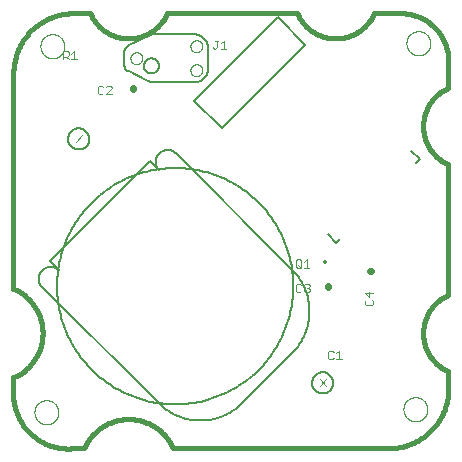
<source format=gto>
G75*
%MOIN*%
%OFA0B0*%
%FSLAX25Y25*%
%IPPOS*%
%LPD*%
%AMOC8*
5,1,8,0,0,1.08239X$1,22.5*
%
%ADD10C,0.00000*%
%ADD11C,0.01600*%
%ADD12C,0.00500*%
%ADD13C,0.00400*%
%ADD14C,0.00200*%
%ADD15C,0.00591*%
%ADD16C,0.02200*%
%ADD17C,0.01378*%
D10*
X0027475Y0032412D02*
X0027477Y0032538D01*
X0027483Y0032664D01*
X0027493Y0032790D01*
X0027507Y0032916D01*
X0027525Y0033041D01*
X0027547Y0033165D01*
X0027572Y0033289D01*
X0027602Y0033412D01*
X0027635Y0033533D01*
X0027673Y0033654D01*
X0027714Y0033773D01*
X0027759Y0033892D01*
X0027807Y0034008D01*
X0027859Y0034123D01*
X0027915Y0034236D01*
X0027975Y0034348D01*
X0028038Y0034457D01*
X0028104Y0034565D01*
X0028173Y0034670D01*
X0028246Y0034773D01*
X0028323Y0034874D01*
X0028402Y0034972D01*
X0028484Y0035068D01*
X0028570Y0035161D01*
X0028658Y0035252D01*
X0028749Y0035339D01*
X0028843Y0035424D01*
X0028939Y0035505D01*
X0029038Y0035584D01*
X0029139Y0035659D01*
X0029243Y0035731D01*
X0029349Y0035800D01*
X0029457Y0035866D01*
X0029567Y0035928D01*
X0029679Y0035986D01*
X0029792Y0036041D01*
X0029908Y0036092D01*
X0030025Y0036140D01*
X0030143Y0036184D01*
X0030263Y0036224D01*
X0030384Y0036260D01*
X0030506Y0036293D01*
X0030629Y0036322D01*
X0030753Y0036346D01*
X0030877Y0036367D01*
X0031002Y0036384D01*
X0031128Y0036397D01*
X0031254Y0036406D01*
X0031380Y0036411D01*
X0031507Y0036412D01*
X0031633Y0036409D01*
X0031759Y0036402D01*
X0031885Y0036391D01*
X0032010Y0036376D01*
X0032135Y0036357D01*
X0032259Y0036334D01*
X0032383Y0036308D01*
X0032505Y0036277D01*
X0032627Y0036243D01*
X0032747Y0036204D01*
X0032866Y0036162D01*
X0032984Y0036117D01*
X0033100Y0036067D01*
X0033215Y0036014D01*
X0033327Y0035957D01*
X0033438Y0035897D01*
X0033547Y0035833D01*
X0033654Y0035766D01*
X0033759Y0035696D01*
X0033862Y0035622D01*
X0033962Y0035545D01*
X0034060Y0035465D01*
X0034155Y0035382D01*
X0034247Y0035296D01*
X0034337Y0035207D01*
X0034424Y0035115D01*
X0034507Y0035021D01*
X0034588Y0034924D01*
X0034666Y0034824D01*
X0034741Y0034722D01*
X0034812Y0034618D01*
X0034880Y0034511D01*
X0034944Y0034403D01*
X0035005Y0034292D01*
X0035063Y0034180D01*
X0035117Y0034066D01*
X0035167Y0033950D01*
X0035214Y0033833D01*
X0035257Y0033714D01*
X0035296Y0033594D01*
X0035332Y0033473D01*
X0035363Y0033350D01*
X0035391Y0033227D01*
X0035415Y0033103D01*
X0035435Y0032978D01*
X0035451Y0032853D01*
X0035463Y0032727D01*
X0035471Y0032601D01*
X0035475Y0032475D01*
X0035475Y0032349D01*
X0035471Y0032223D01*
X0035463Y0032097D01*
X0035451Y0031971D01*
X0035435Y0031846D01*
X0035415Y0031721D01*
X0035391Y0031597D01*
X0035363Y0031474D01*
X0035332Y0031351D01*
X0035296Y0031230D01*
X0035257Y0031110D01*
X0035214Y0030991D01*
X0035167Y0030874D01*
X0035117Y0030758D01*
X0035063Y0030644D01*
X0035005Y0030532D01*
X0034944Y0030421D01*
X0034880Y0030313D01*
X0034812Y0030206D01*
X0034741Y0030102D01*
X0034666Y0030000D01*
X0034588Y0029900D01*
X0034507Y0029803D01*
X0034424Y0029709D01*
X0034337Y0029617D01*
X0034247Y0029528D01*
X0034155Y0029442D01*
X0034060Y0029359D01*
X0033962Y0029279D01*
X0033862Y0029202D01*
X0033759Y0029128D01*
X0033654Y0029058D01*
X0033547Y0028991D01*
X0033438Y0028927D01*
X0033327Y0028867D01*
X0033215Y0028810D01*
X0033100Y0028757D01*
X0032984Y0028707D01*
X0032866Y0028662D01*
X0032747Y0028620D01*
X0032627Y0028581D01*
X0032505Y0028547D01*
X0032383Y0028516D01*
X0032259Y0028490D01*
X0032135Y0028467D01*
X0032010Y0028448D01*
X0031885Y0028433D01*
X0031759Y0028422D01*
X0031633Y0028415D01*
X0031507Y0028412D01*
X0031380Y0028413D01*
X0031254Y0028418D01*
X0031128Y0028427D01*
X0031002Y0028440D01*
X0030877Y0028457D01*
X0030753Y0028478D01*
X0030629Y0028502D01*
X0030506Y0028531D01*
X0030384Y0028564D01*
X0030263Y0028600D01*
X0030143Y0028640D01*
X0030025Y0028684D01*
X0029908Y0028732D01*
X0029792Y0028783D01*
X0029679Y0028838D01*
X0029567Y0028896D01*
X0029457Y0028958D01*
X0029349Y0029024D01*
X0029243Y0029093D01*
X0029139Y0029165D01*
X0029038Y0029240D01*
X0028939Y0029319D01*
X0028843Y0029400D01*
X0028749Y0029485D01*
X0028658Y0029572D01*
X0028570Y0029663D01*
X0028484Y0029756D01*
X0028402Y0029852D01*
X0028323Y0029950D01*
X0028246Y0030051D01*
X0028173Y0030154D01*
X0028104Y0030259D01*
X0028038Y0030367D01*
X0027975Y0030476D01*
X0027915Y0030588D01*
X0027859Y0030701D01*
X0027807Y0030816D01*
X0027759Y0030932D01*
X0027714Y0031051D01*
X0027673Y0031170D01*
X0027635Y0031291D01*
X0027602Y0031412D01*
X0027572Y0031535D01*
X0027547Y0031659D01*
X0027525Y0031783D01*
X0027507Y0031908D01*
X0027493Y0032034D01*
X0027483Y0032160D01*
X0027477Y0032286D01*
X0027475Y0032412D01*
X0079475Y0146412D02*
X0079477Y0146501D01*
X0079483Y0146590D01*
X0079493Y0146679D01*
X0079507Y0146767D01*
X0079524Y0146854D01*
X0079546Y0146940D01*
X0079572Y0147026D01*
X0079601Y0147110D01*
X0079634Y0147193D01*
X0079670Y0147274D01*
X0079711Y0147354D01*
X0079754Y0147431D01*
X0079801Y0147507D01*
X0079852Y0147580D01*
X0079905Y0147651D01*
X0079962Y0147720D01*
X0080022Y0147786D01*
X0080085Y0147850D01*
X0080150Y0147910D01*
X0080218Y0147968D01*
X0080289Y0148022D01*
X0080362Y0148073D01*
X0080437Y0148121D01*
X0080514Y0148166D01*
X0080593Y0148207D01*
X0080674Y0148244D01*
X0080756Y0148278D01*
X0080840Y0148309D01*
X0080925Y0148335D01*
X0081011Y0148358D01*
X0081098Y0148376D01*
X0081186Y0148391D01*
X0081275Y0148402D01*
X0081364Y0148409D01*
X0081453Y0148412D01*
X0081542Y0148411D01*
X0081631Y0148406D01*
X0081719Y0148397D01*
X0081808Y0148384D01*
X0081895Y0148367D01*
X0081982Y0148347D01*
X0082068Y0148322D01*
X0082152Y0148294D01*
X0082235Y0148262D01*
X0082317Y0148226D01*
X0082397Y0148187D01*
X0082475Y0148144D01*
X0082551Y0148098D01*
X0082625Y0148048D01*
X0082697Y0147995D01*
X0082766Y0147939D01*
X0082833Y0147880D01*
X0082897Y0147818D01*
X0082958Y0147754D01*
X0083017Y0147686D01*
X0083072Y0147616D01*
X0083124Y0147544D01*
X0083173Y0147469D01*
X0083218Y0147393D01*
X0083260Y0147314D01*
X0083298Y0147234D01*
X0083333Y0147152D01*
X0083364Y0147068D01*
X0083392Y0146983D01*
X0083415Y0146897D01*
X0083435Y0146810D01*
X0083451Y0146723D01*
X0083463Y0146634D01*
X0083471Y0146546D01*
X0083475Y0146457D01*
X0083475Y0146367D01*
X0083471Y0146278D01*
X0083463Y0146190D01*
X0083451Y0146101D01*
X0083435Y0146014D01*
X0083415Y0145927D01*
X0083392Y0145841D01*
X0083364Y0145756D01*
X0083333Y0145672D01*
X0083298Y0145590D01*
X0083260Y0145510D01*
X0083218Y0145431D01*
X0083173Y0145355D01*
X0083124Y0145280D01*
X0083072Y0145208D01*
X0083017Y0145138D01*
X0082958Y0145070D01*
X0082897Y0145006D01*
X0082833Y0144944D01*
X0082766Y0144885D01*
X0082697Y0144829D01*
X0082625Y0144776D01*
X0082551Y0144726D01*
X0082475Y0144680D01*
X0082397Y0144637D01*
X0082317Y0144598D01*
X0082235Y0144562D01*
X0082152Y0144530D01*
X0082068Y0144502D01*
X0081982Y0144477D01*
X0081895Y0144457D01*
X0081808Y0144440D01*
X0081719Y0144427D01*
X0081631Y0144418D01*
X0081542Y0144413D01*
X0081453Y0144412D01*
X0081364Y0144415D01*
X0081275Y0144422D01*
X0081186Y0144433D01*
X0081098Y0144448D01*
X0081011Y0144466D01*
X0080925Y0144489D01*
X0080840Y0144515D01*
X0080756Y0144546D01*
X0080674Y0144580D01*
X0080593Y0144617D01*
X0080514Y0144658D01*
X0080437Y0144703D01*
X0080362Y0144751D01*
X0080289Y0144802D01*
X0080218Y0144856D01*
X0080150Y0144914D01*
X0080085Y0144974D01*
X0080022Y0145038D01*
X0079962Y0145104D01*
X0079905Y0145173D01*
X0079852Y0145244D01*
X0079801Y0145317D01*
X0079754Y0145393D01*
X0079711Y0145470D01*
X0079670Y0145550D01*
X0079634Y0145631D01*
X0079601Y0145714D01*
X0079572Y0145798D01*
X0079546Y0145884D01*
X0079524Y0145970D01*
X0079507Y0146057D01*
X0079493Y0146145D01*
X0079483Y0146234D01*
X0079477Y0146323D01*
X0079475Y0146412D01*
X0079475Y0154412D02*
X0079477Y0154501D01*
X0079483Y0154590D01*
X0079493Y0154679D01*
X0079507Y0154767D01*
X0079524Y0154854D01*
X0079546Y0154940D01*
X0079572Y0155026D01*
X0079601Y0155110D01*
X0079634Y0155193D01*
X0079670Y0155274D01*
X0079711Y0155354D01*
X0079754Y0155431D01*
X0079801Y0155507D01*
X0079852Y0155580D01*
X0079905Y0155651D01*
X0079962Y0155720D01*
X0080022Y0155786D01*
X0080085Y0155850D01*
X0080150Y0155910D01*
X0080218Y0155968D01*
X0080289Y0156022D01*
X0080362Y0156073D01*
X0080437Y0156121D01*
X0080514Y0156166D01*
X0080593Y0156207D01*
X0080674Y0156244D01*
X0080756Y0156278D01*
X0080840Y0156309D01*
X0080925Y0156335D01*
X0081011Y0156358D01*
X0081098Y0156376D01*
X0081186Y0156391D01*
X0081275Y0156402D01*
X0081364Y0156409D01*
X0081453Y0156412D01*
X0081542Y0156411D01*
X0081631Y0156406D01*
X0081719Y0156397D01*
X0081808Y0156384D01*
X0081895Y0156367D01*
X0081982Y0156347D01*
X0082068Y0156322D01*
X0082152Y0156294D01*
X0082235Y0156262D01*
X0082317Y0156226D01*
X0082397Y0156187D01*
X0082475Y0156144D01*
X0082551Y0156098D01*
X0082625Y0156048D01*
X0082697Y0155995D01*
X0082766Y0155939D01*
X0082833Y0155880D01*
X0082897Y0155818D01*
X0082958Y0155754D01*
X0083017Y0155686D01*
X0083072Y0155616D01*
X0083124Y0155544D01*
X0083173Y0155469D01*
X0083218Y0155393D01*
X0083260Y0155314D01*
X0083298Y0155234D01*
X0083333Y0155152D01*
X0083364Y0155068D01*
X0083392Y0154983D01*
X0083415Y0154897D01*
X0083435Y0154810D01*
X0083451Y0154723D01*
X0083463Y0154634D01*
X0083471Y0154546D01*
X0083475Y0154457D01*
X0083475Y0154367D01*
X0083471Y0154278D01*
X0083463Y0154190D01*
X0083451Y0154101D01*
X0083435Y0154014D01*
X0083415Y0153927D01*
X0083392Y0153841D01*
X0083364Y0153756D01*
X0083333Y0153672D01*
X0083298Y0153590D01*
X0083260Y0153510D01*
X0083218Y0153431D01*
X0083173Y0153355D01*
X0083124Y0153280D01*
X0083072Y0153208D01*
X0083017Y0153138D01*
X0082958Y0153070D01*
X0082897Y0153006D01*
X0082833Y0152944D01*
X0082766Y0152885D01*
X0082697Y0152829D01*
X0082625Y0152776D01*
X0082551Y0152726D01*
X0082475Y0152680D01*
X0082397Y0152637D01*
X0082317Y0152598D01*
X0082235Y0152562D01*
X0082152Y0152530D01*
X0082068Y0152502D01*
X0081982Y0152477D01*
X0081895Y0152457D01*
X0081808Y0152440D01*
X0081719Y0152427D01*
X0081631Y0152418D01*
X0081542Y0152413D01*
X0081453Y0152412D01*
X0081364Y0152415D01*
X0081275Y0152422D01*
X0081186Y0152433D01*
X0081098Y0152448D01*
X0081011Y0152466D01*
X0080925Y0152489D01*
X0080840Y0152515D01*
X0080756Y0152546D01*
X0080674Y0152580D01*
X0080593Y0152617D01*
X0080514Y0152658D01*
X0080437Y0152703D01*
X0080362Y0152751D01*
X0080289Y0152802D01*
X0080218Y0152856D01*
X0080150Y0152914D01*
X0080085Y0152974D01*
X0080022Y0153038D01*
X0079962Y0153104D01*
X0079905Y0153173D01*
X0079852Y0153244D01*
X0079801Y0153317D01*
X0079754Y0153393D01*
X0079711Y0153470D01*
X0079670Y0153550D01*
X0079634Y0153631D01*
X0079601Y0153714D01*
X0079572Y0153798D01*
X0079546Y0153884D01*
X0079524Y0153970D01*
X0079507Y0154057D01*
X0079493Y0154145D01*
X0079483Y0154234D01*
X0079477Y0154323D01*
X0079475Y0154412D01*
X0059475Y0150412D02*
X0059477Y0150501D01*
X0059483Y0150590D01*
X0059493Y0150679D01*
X0059507Y0150767D01*
X0059524Y0150854D01*
X0059546Y0150940D01*
X0059572Y0151026D01*
X0059601Y0151110D01*
X0059634Y0151193D01*
X0059670Y0151274D01*
X0059711Y0151354D01*
X0059754Y0151431D01*
X0059801Y0151507D01*
X0059852Y0151580D01*
X0059905Y0151651D01*
X0059962Y0151720D01*
X0060022Y0151786D01*
X0060085Y0151850D01*
X0060150Y0151910D01*
X0060218Y0151968D01*
X0060289Y0152022D01*
X0060362Y0152073D01*
X0060437Y0152121D01*
X0060514Y0152166D01*
X0060593Y0152207D01*
X0060674Y0152244D01*
X0060756Y0152278D01*
X0060840Y0152309D01*
X0060925Y0152335D01*
X0061011Y0152358D01*
X0061098Y0152376D01*
X0061186Y0152391D01*
X0061275Y0152402D01*
X0061364Y0152409D01*
X0061453Y0152412D01*
X0061542Y0152411D01*
X0061631Y0152406D01*
X0061719Y0152397D01*
X0061808Y0152384D01*
X0061895Y0152367D01*
X0061982Y0152347D01*
X0062068Y0152322D01*
X0062152Y0152294D01*
X0062235Y0152262D01*
X0062317Y0152226D01*
X0062397Y0152187D01*
X0062475Y0152144D01*
X0062551Y0152098D01*
X0062625Y0152048D01*
X0062697Y0151995D01*
X0062766Y0151939D01*
X0062833Y0151880D01*
X0062897Y0151818D01*
X0062958Y0151754D01*
X0063017Y0151686D01*
X0063072Y0151616D01*
X0063124Y0151544D01*
X0063173Y0151469D01*
X0063218Y0151393D01*
X0063260Y0151314D01*
X0063298Y0151234D01*
X0063333Y0151152D01*
X0063364Y0151068D01*
X0063392Y0150983D01*
X0063415Y0150897D01*
X0063435Y0150810D01*
X0063451Y0150723D01*
X0063463Y0150634D01*
X0063471Y0150546D01*
X0063475Y0150457D01*
X0063475Y0150367D01*
X0063471Y0150278D01*
X0063463Y0150190D01*
X0063451Y0150101D01*
X0063435Y0150014D01*
X0063415Y0149927D01*
X0063392Y0149841D01*
X0063364Y0149756D01*
X0063333Y0149672D01*
X0063298Y0149590D01*
X0063260Y0149510D01*
X0063218Y0149431D01*
X0063173Y0149355D01*
X0063124Y0149280D01*
X0063072Y0149208D01*
X0063017Y0149138D01*
X0062958Y0149070D01*
X0062897Y0149006D01*
X0062833Y0148944D01*
X0062766Y0148885D01*
X0062697Y0148829D01*
X0062625Y0148776D01*
X0062551Y0148726D01*
X0062475Y0148680D01*
X0062397Y0148637D01*
X0062317Y0148598D01*
X0062235Y0148562D01*
X0062152Y0148530D01*
X0062068Y0148502D01*
X0061982Y0148477D01*
X0061895Y0148457D01*
X0061808Y0148440D01*
X0061719Y0148427D01*
X0061631Y0148418D01*
X0061542Y0148413D01*
X0061453Y0148412D01*
X0061364Y0148415D01*
X0061275Y0148422D01*
X0061186Y0148433D01*
X0061098Y0148448D01*
X0061011Y0148466D01*
X0060925Y0148489D01*
X0060840Y0148515D01*
X0060756Y0148546D01*
X0060674Y0148580D01*
X0060593Y0148617D01*
X0060514Y0148658D01*
X0060437Y0148703D01*
X0060362Y0148751D01*
X0060289Y0148802D01*
X0060218Y0148856D01*
X0060150Y0148914D01*
X0060085Y0148974D01*
X0060022Y0149038D01*
X0059962Y0149104D01*
X0059905Y0149173D01*
X0059852Y0149244D01*
X0059801Y0149317D01*
X0059754Y0149393D01*
X0059711Y0149470D01*
X0059670Y0149550D01*
X0059634Y0149631D01*
X0059601Y0149714D01*
X0059572Y0149798D01*
X0059546Y0149884D01*
X0059524Y0149970D01*
X0059507Y0150057D01*
X0059493Y0150145D01*
X0059483Y0150234D01*
X0059477Y0150323D01*
X0059475Y0150412D01*
X0029475Y0154412D02*
X0029477Y0154538D01*
X0029483Y0154664D01*
X0029493Y0154790D01*
X0029507Y0154916D01*
X0029525Y0155041D01*
X0029547Y0155165D01*
X0029572Y0155289D01*
X0029602Y0155412D01*
X0029635Y0155533D01*
X0029673Y0155654D01*
X0029714Y0155773D01*
X0029759Y0155892D01*
X0029807Y0156008D01*
X0029859Y0156123D01*
X0029915Y0156236D01*
X0029975Y0156348D01*
X0030038Y0156457D01*
X0030104Y0156565D01*
X0030173Y0156670D01*
X0030246Y0156773D01*
X0030323Y0156874D01*
X0030402Y0156972D01*
X0030484Y0157068D01*
X0030570Y0157161D01*
X0030658Y0157252D01*
X0030749Y0157339D01*
X0030843Y0157424D01*
X0030939Y0157505D01*
X0031038Y0157584D01*
X0031139Y0157659D01*
X0031243Y0157731D01*
X0031349Y0157800D01*
X0031457Y0157866D01*
X0031567Y0157928D01*
X0031679Y0157986D01*
X0031792Y0158041D01*
X0031908Y0158092D01*
X0032025Y0158140D01*
X0032143Y0158184D01*
X0032263Y0158224D01*
X0032384Y0158260D01*
X0032506Y0158293D01*
X0032629Y0158322D01*
X0032753Y0158346D01*
X0032877Y0158367D01*
X0033002Y0158384D01*
X0033128Y0158397D01*
X0033254Y0158406D01*
X0033380Y0158411D01*
X0033507Y0158412D01*
X0033633Y0158409D01*
X0033759Y0158402D01*
X0033885Y0158391D01*
X0034010Y0158376D01*
X0034135Y0158357D01*
X0034259Y0158334D01*
X0034383Y0158308D01*
X0034505Y0158277D01*
X0034627Y0158243D01*
X0034747Y0158204D01*
X0034866Y0158162D01*
X0034984Y0158117D01*
X0035100Y0158067D01*
X0035215Y0158014D01*
X0035327Y0157957D01*
X0035438Y0157897D01*
X0035547Y0157833D01*
X0035654Y0157766D01*
X0035759Y0157696D01*
X0035862Y0157622D01*
X0035962Y0157545D01*
X0036060Y0157465D01*
X0036155Y0157382D01*
X0036247Y0157296D01*
X0036337Y0157207D01*
X0036424Y0157115D01*
X0036507Y0157021D01*
X0036588Y0156924D01*
X0036666Y0156824D01*
X0036741Y0156722D01*
X0036812Y0156618D01*
X0036880Y0156511D01*
X0036944Y0156403D01*
X0037005Y0156292D01*
X0037063Y0156180D01*
X0037117Y0156066D01*
X0037167Y0155950D01*
X0037214Y0155833D01*
X0037257Y0155714D01*
X0037296Y0155594D01*
X0037332Y0155473D01*
X0037363Y0155350D01*
X0037391Y0155227D01*
X0037415Y0155103D01*
X0037435Y0154978D01*
X0037451Y0154853D01*
X0037463Y0154727D01*
X0037471Y0154601D01*
X0037475Y0154475D01*
X0037475Y0154349D01*
X0037471Y0154223D01*
X0037463Y0154097D01*
X0037451Y0153971D01*
X0037435Y0153846D01*
X0037415Y0153721D01*
X0037391Y0153597D01*
X0037363Y0153474D01*
X0037332Y0153351D01*
X0037296Y0153230D01*
X0037257Y0153110D01*
X0037214Y0152991D01*
X0037167Y0152874D01*
X0037117Y0152758D01*
X0037063Y0152644D01*
X0037005Y0152532D01*
X0036944Y0152421D01*
X0036880Y0152313D01*
X0036812Y0152206D01*
X0036741Y0152102D01*
X0036666Y0152000D01*
X0036588Y0151900D01*
X0036507Y0151803D01*
X0036424Y0151709D01*
X0036337Y0151617D01*
X0036247Y0151528D01*
X0036155Y0151442D01*
X0036060Y0151359D01*
X0035962Y0151279D01*
X0035862Y0151202D01*
X0035759Y0151128D01*
X0035654Y0151058D01*
X0035547Y0150991D01*
X0035438Y0150927D01*
X0035327Y0150867D01*
X0035215Y0150810D01*
X0035100Y0150757D01*
X0034984Y0150707D01*
X0034866Y0150662D01*
X0034747Y0150620D01*
X0034627Y0150581D01*
X0034505Y0150547D01*
X0034383Y0150516D01*
X0034259Y0150490D01*
X0034135Y0150467D01*
X0034010Y0150448D01*
X0033885Y0150433D01*
X0033759Y0150422D01*
X0033633Y0150415D01*
X0033507Y0150412D01*
X0033380Y0150413D01*
X0033254Y0150418D01*
X0033128Y0150427D01*
X0033002Y0150440D01*
X0032877Y0150457D01*
X0032753Y0150478D01*
X0032629Y0150502D01*
X0032506Y0150531D01*
X0032384Y0150564D01*
X0032263Y0150600D01*
X0032143Y0150640D01*
X0032025Y0150684D01*
X0031908Y0150732D01*
X0031792Y0150783D01*
X0031679Y0150838D01*
X0031567Y0150896D01*
X0031457Y0150958D01*
X0031349Y0151024D01*
X0031243Y0151093D01*
X0031139Y0151165D01*
X0031038Y0151240D01*
X0030939Y0151319D01*
X0030843Y0151400D01*
X0030749Y0151485D01*
X0030658Y0151572D01*
X0030570Y0151663D01*
X0030484Y0151756D01*
X0030402Y0151852D01*
X0030323Y0151950D01*
X0030246Y0152051D01*
X0030173Y0152154D01*
X0030104Y0152259D01*
X0030038Y0152367D01*
X0029975Y0152476D01*
X0029915Y0152588D01*
X0029859Y0152701D01*
X0029807Y0152816D01*
X0029759Y0152932D01*
X0029714Y0153051D01*
X0029673Y0153170D01*
X0029635Y0153291D01*
X0029602Y0153412D01*
X0029572Y0153535D01*
X0029547Y0153659D01*
X0029525Y0153783D01*
X0029507Y0153908D01*
X0029493Y0154034D01*
X0029483Y0154160D01*
X0029477Y0154286D01*
X0029475Y0154412D01*
X0150475Y0033412D02*
X0150477Y0033538D01*
X0150483Y0033664D01*
X0150493Y0033790D01*
X0150507Y0033916D01*
X0150525Y0034041D01*
X0150547Y0034165D01*
X0150572Y0034289D01*
X0150602Y0034412D01*
X0150635Y0034533D01*
X0150673Y0034654D01*
X0150714Y0034773D01*
X0150759Y0034892D01*
X0150807Y0035008D01*
X0150859Y0035123D01*
X0150915Y0035236D01*
X0150975Y0035348D01*
X0151038Y0035457D01*
X0151104Y0035565D01*
X0151173Y0035670D01*
X0151246Y0035773D01*
X0151323Y0035874D01*
X0151402Y0035972D01*
X0151484Y0036068D01*
X0151570Y0036161D01*
X0151658Y0036252D01*
X0151749Y0036339D01*
X0151843Y0036424D01*
X0151939Y0036505D01*
X0152038Y0036584D01*
X0152139Y0036659D01*
X0152243Y0036731D01*
X0152349Y0036800D01*
X0152457Y0036866D01*
X0152567Y0036928D01*
X0152679Y0036986D01*
X0152792Y0037041D01*
X0152908Y0037092D01*
X0153025Y0037140D01*
X0153143Y0037184D01*
X0153263Y0037224D01*
X0153384Y0037260D01*
X0153506Y0037293D01*
X0153629Y0037322D01*
X0153753Y0037346D01*
X0153877Y0037367D01*
X0154002Y0037384D01*
X0154128Y0037397D01*
X0154254Y0037406D01*
X0154380Y0037411D01*
X0154507Y0037412D01*
X0154633Y0037409D01*
X0154759Y0037402D01*
X0154885Y0037391D01*
X0155010Y0037376D01*
X0155135Y0037357D01*
X0155259Y0037334D01*
X0155383Y0037308D01*
X0155505Y0037277D01*
X0155627Y0037243D01*
X0155747Y0037204D01*
X0155866Y0037162D01*
X0155984Y0037117D01*
X0156100Y0037067D01*
X0156215Y0037014D01*
X0156327Y0036957D01*
X0156438Y0036897D01*
X0156547Y0036833D01*
X0156654Y0036766D01*
X0156759Y0036696D01*
X0156862Y0036622D01*
X0156962Y0036545D01*
X0157060Y0036465D01*
X0157155Y0036382D01*
X0157247Y0036296D01*
X0157337Y0036207D01*
X0157424Y0036115D01*
X0157507Y0036021D01*
X0157588Y0035924D01*
X0157666Y0035824D01*
X0157741Y0035722D01*
X0157812Y0035618D01*
X0157880Y0035511D01*
X0157944Y0035403D01*
X0158005Y0035292D01*
X0158063Y0035180D01*
X0158117Y0035066D01*
X0158167Y0034950D01*
X0158214Y0034833D01*
X0158257Y0034714D01*
X0158296Y0034594D01*
X0158332Y0034473D01*
X0158363Y0034350D01*
X0158391Y0034227D01*
X0158415Y0034103D01*
X0158435Y0033978D01*
X0158451Y0033853D01*
X0158463Y0033727D01*
X0158471Y0033601D01*
X0158475Y0033475D01*
X0158475Y0033349D01*
X0158471Y0033223D01*
X0158463Y0033097D01*
X0158451Y0032971D01*
X0158435Y0032846D01*
X0158415Y0032721D01*
X0158391Y0032597D01*
X0158363Y0032474D01*
X0158332Y0032351D01*
X0158296Y0032230D01*
X0158257Y0032110D01*
X0158214Y0031991D01*
X0158167Y0031874D01*
X0158117Y0031758D01*
X0158063Y0031644D01*
X0158005Y0031532D01*
X0157944Y0031421D01*
X0157880Y0031313D01*
X0157812Y0031206D01*
X0157741Y0031102D01*
X0157666Y0031000D01*
X0157588Y0030900D01*
X0157507Y0030803D01*
X0157424Y0030709D01*
X0157337Y0030617D01*
X0157247Y0030528D01*
X0157155Y0030442D01*
X0157060Y0030359D01*
X0156962Y0030279D01*
X0156862Y0030202D01*
X0156759Y0030128D01*
X0156654Y0030058D01*
X0156547Y0029991D01*
X0156438Y0029927D01*
X0156327Y0029867D01*
X0156215Y0029810D01*
X0156100Y0029757D01*
X0155984Y0029707D01*
X0155866Y0029662D01*
X0155747Y0029620D01*
X0155627Y0029581D01*
X0155505Y0029547D01*
X0155383Y0029516D01*
X0155259Y0029490D01*
X0155135Y0029467D01*
X0155010Y0029448D01*
X0154885Y0029433D01*
X0154759Y0029422D01*
X0154633Y0029415D01*
X0154507Y0029412D01*
X0154380Y0029413D01*
X0154254Y0029418D01*
X0154128Y0029427D01*
X0154002Y0029440D01*
X0153877Y0029457D01*
X0153753Y0029478D01*
X0153629Y0029502D01*
X0153506Y0029531D01*
X0153384Y0029564D01*
X0153263Y0029600D01*
X0153143Y0029640D01*
X0153025Y0029684D01*
X0152908Y0029732D01*
X0152792Y0029783D01*
X0152679Y0029838D01*
X0152567Y0029896D01*
X0152457Y0029958D01*
X0152349Y0030024D01*
X0152243Y0030093D01*
X0152139Y0030165D01*
X0152038Y0030240D01*
X0151939Y0030319D01*
X0151843Y0030400D01*
X0151749Y0030485D01*
X0151658Y0030572D01*
X0151570Y0030663D01*
X0151484Y0030756D01*
X0151402Y0030852D01*
X0151323Y0030950D01*
X0151246Y0031051D01*
X0151173Y0031154D01*
X0151104Y0031259D01*
X0151038Y0031367D01*
X0150975Y0031476D01*
X0150915Y0031588D01*
X0150859Y0031701D01*
X0150807Y0031816D01*
X0150759Y0031932D01*
X0150714Y0032051D01*
X0150673Y0032170D01*
X0150635Y0032291D01*
X0150602Y0032412D01*
X0150572Y0032535D01*
X0150547Y0032659D01*
X0150525Y0032783D01*
X0150507Y0032908D01*
X0150493Y0033034D01*
X0150483Y0033160D01*
X0150477Y0033286D01*
X0150475Y0033412D01*
X0151475Y0155412D02*
X0151477Y0155538D01*
X0151483Y0155664D01*
X0151493Y0155790D01*
X0151507Y0155916D01*
X0151525Y0156041D01*
X0151547Y0156165D01*
X0151572Y0156289D01*
X0151602Y0156412D01*
X0151635Y0156533D01*
X0151673Y0156654D01*
X0151714Y0156773D01*
X0151759Y0156892D01*
X0151807Y0157008D01*
X0151859Y0157123D01*
X0151915Y0157236D01*
X0151975Y0157348D01*
X0152038Y0157457D01*
X0152104Y0157565D01*
X0152173Y0157670D01*
X0152246Y0157773D01*
X0152323Y0157874D01*
X0152402Y0157972D01*
X0152484Y0158068D01*
X0152570Y0158161D01*
X0152658Y0158252D01*
X0152749Y0158339D01*
X0152843Y0158424D01*
X0152939Y0158505D01*
X0153038Y0158584D01*
X0153139Y0158659D01*
X0153243Y0158731D01*
X0153349Y0158800D01*
X0153457Y0158866D01*
X0153567Y0158928D01*
X0153679Y0158986D01*
X0153792Y0159041D01*
X0153908Y0159092D01*
X0154025Y0159140D01*
X0154143Y0159184D01*
X0154263Y0159224D01*
X0154384Y0159260D01*
X0154506Y0159293D01*
X0154629Y0159322D01*
X0154753Y0159346D01*
X0154877Y0159367D01*
X0155002Y0159384D01*
X0155128Y0159397D01*
X0155254Y0159406D01*
X0155380Y0159411D01*
X0155507Y0159412D01*
X0155633Y0159409D01*
X0155759Y0159402D01*
X0155885Y0159391D01*
X0156010Y0159376D01*
X0156135Y0159357D01*
X0156259Y0159334D01*
X0156383Y0159308D01*
X0156505Y0159277D01*
X0156627Y0159243D01*
X0156747Y0159204D01*
X0156866Y0159162D01*
X0156984Y0159117D01*
X0157100Y0159067D01*
X0157215Y0159014D01*
X0157327Y0158957D01*
X0157438Y0158897D01*
X0157547Y0158833D01*
X0157654Y0158766D01*
X0157759Y0158696D01*
X0157862Y0158622D01*
X0157962Y0158545D01*
X0158060Y0158465D01*
X0158155Y0158382D01*
X0158247Y0158296D01*
X0158337Y0158207D01*
X0158424Y0158115D01*
X0158507Y0158021D01*
X0158588Y0157924D01*
X0158666Y0157824D01*
X0158741Y0157722D01*
X0158812Y0157618D01*
X0158880Y0157511D01*
X0158944Y0157403D01*
X0159005Y0157292D01*
X0159063Y0157180D01*
X0159117Y0157066D01*
X0159167Y0156950D01*
X0159214Y0156833D01*
X0159257Y0156714D01*
X0159296Y0156594D01*
X0159332Y0156473D01*
X0159363Y0156350D01*
X0159391Y0156227D01*
X0159415Y0156103D01*
X0159435Y0155978D01*
X0159451Y0155853D01*
X0159463Y0155727D01*
X0159471Y0155601D01*
X0159475Y0155475D01*
X0159475Y0155349D01*
X0159471Y0155223D01*
X0159463Y0155097D01*
X0159451Y0154971D01*
X0159435Y0154846D01*
X0159415Y0154721D01*
X0159391Y0154597D01*
X0159363Y0154474D01*
X0159332Y0154351D01*
X0159296Y0154230D01*
X0159257Y0154110D01*
X0159214Y0153991D01*
X0159167Y0153874D01*
X0159117Y0153758D01*
X0159063Y0153644D01*
X0159005Y0153532D01*
X0158944Y0153421D01*
X0158880Y0153313D01*
X0158812Y0153206D01*
X0158741Y0153102D01*
X0158666Y0153000D01*
X0158588Y0152900D01*
X0158507Y0152803D01*
X0158424Y0152709D01*
X0158337Y0152617D01*
X0158247Y0152528D01*
X0158155Y0152442D01*
X0158060Y0152359D01*
X0157962Y0152279D01*
X0157862Y0152202D01*
X0157759Y0152128D01*
X0157654Y0152058D01*
X0157547Y0151991D01*
X0157438Y0151927D01*
X0157327Y0151867D01*
X0157215Y0151810D01*
X0157100Y0151757D01*
X0156984Y0151707D01*
X0156866Y0151662D01*
X0156747Y0151620D01*
X0156627Y0151581D01*
X0156505Y0151547D01*
X0156383Y0151516D01*
X0156259Y0151490D01*
X0156135Y0151467D01*
X0156010Y0151448D01*
X0155885Y0151433D01*
X0155759Y0151422D01*
X0155633Y0151415D01*
X0155507Y0151412D01*
X0155380Y0151413D01*
X0155254Y0151418D01*
X0155128Y0151427D01*
X0155002Y0151440D01*
X0154877Y0151457D01*
X0154753Y0151478D01*
X0154629Y0151502D01*
X0154506Y0151531D01*
X0154384Y0151564D01*
X0154263Y0151600D01*
X0154143Y0151640D01*
X0154025Y0151684D01*
X0153908Y0151732D01*
X0153792Y0151783D01*
X0153679Y0151838D01*
X0153567Y0151896D01*
X0153457Y0151958D01*
X0153349Y0152024D01*
X0153243Y0152093D01*
X0153139Y0152165D01*
X0153038Y0152240D01*
X0152939Y0152319D01*
X0152843Y0152400D01*
X0152749Y0152485D01*
X0152658Y0152572D01*
X0152570Y0152663D01*
X0152484Y0152756D01*
X0152402Y0152852D01*
X0152323Y0152950D01*
X0152246Y0153051D01*
X0152173Y0153154D01*
X0152104Y0153259D01*
X0152038Y0153367D01*
X0151975Y0153476D01*
X0151915Y0153588D01*
X0151859Y0153701D01*
X0151807Y0153816D01*
X0151759Y0153932D01*
X0151714Y0154051D01*
X0151673Y0154170D01*
X0151635Y0154291D01*
X0151602Y0154412D01*
X0151572Y0154535D01*
X0151547Y0154659D01*
X0151525Y0154783D01*
X0151507Y0154908D01*
X0151493Y0155034D01*
X0151483Y0155160D01*
X0151477Y0155286D01*
X0151475Y0155412D01*
D11*
X0149475Y0165412D02*
X0149862Y0165407D01*
X0150248Y0165393D01*
X0150634Y0165370D01*
X0151019Y0165337D01*
X0151404Y0165295D01*
X0151787Y0165244D01*
X0152169Y0165184D01*
X0152549Y0165114D01*
X0152928Y0165035D01*
X0153304Y0164947D01*
X0153678Y0164850D01*
X0154050Y0164744D01*
X0154419Y0164629D01*
X0154786Y0164505D01*
X0155149Y0164372D01*
X0155509Y0164231D01*
X0155865Y0164081D01*
X0156217Y0163922D01*
X0156566Y0163755D01*
X0156911Y0163579D01*
X0157251Y0163395D01*
X0157586Y0163204D01*
X0157917Y0163003D01*
X0158243Y0162796D01*
X0158564Y0162580D01*
X0158880Y0162356D01*
X0159190Y0162125D01*
X0159494Y0161887D01*
X0159792Y0161641D01*
X0160085Y0161388D01*
X0160371Y0161128D01*
X0160651Y0160862D01*
X0160925Y0160588D01*
X0161191Y0160308D01*
X0161451Y0160022D01*
X0161704Y0159729D01*
X0161950Y0159431D01*
X0162188Y0159127D01*
X0162419Y0158817D01*
X0162643Y0158501D01*
X0162859Y0158180D01*
X0163066Y0157854D01*
X0163267Y0157523D01*
X0163458Y0157188D01*
X0163642Y0156848D01*
X0163818Y0156503D01*
X0163985Y0156154D01*
X0164144Y0155802D01*
X0164294Y0155446D01*
X0164435Y0155086D01*
X0164568Y0154723D01*
X0164692Y0154356D01*
X0164807Y0153987D01*
X0164913Y0153615D01*
X0165010Y0153241D01*
X0165098Y0152865D01*
X0165177Y0152486D01*
X0165247Y0152106D01*
X0165307Y0151724D01*
X0165358Y0151341D01*
X0165400Y0150956D01*
X0165433Y0150571D01*
X0165456Y0150185D01*
X0165470Y0149799D01*
X0165475Y0149412D01*
X0165475Y0140593D01*
X0165474Y0140593D02*
X0165163Y0140454D01*
X0164855Y0140307D01*
X0164551Y0140152D01*
X0164251Y0139990D01*
X0163955Y0139821D01*
X0163663Y0139645D01*
X0163375Y0139461D01*
X0163092Y0139271D01*
X0162814Y0139074D01*
X0162541Y0138870D01*
X0162272Y0138659D01*
X0162009Y0138442D01*
X0161752Y0138218D01*
X0161500Y0137988D01*
X0161253Y0137753D01*
X0161013Y0137511D01*
X0160778Y0137263D01*
X0160550Y0137010D01*
X0160328Y0136751D01*
X0160112Y0136487D01*
X0159903Y0136217D01*
X0159700Y0135943D01*
X0159504Y0135664D01*
X0159315Y0135380D01*
X0159133Y0135091D01*
X0158958Y0134798D01*
X0158791Y0134501D01*
X0158631Y0134200D01*
X0158478Y0133895D01*
X0158332Y0133587D01*
X0158194Y0133275D01*
X0158064Y0132959D01*
X0157942Y0132641D01*
X0157827Y0132320D01*
X0157721Y0131996D01*
X0157622Y0131669D01*
X0157531Y0131340D01*
X0157449Y0131009D01*
X0157374Y0130677D01*
X0157308Y0130342D01*
X0157250Y0130006D01*
X0157200Y0129668D01*
X0157158Y0129330D01*
X0157125Y0128990D01*
X0157100Y0128650D01*
X0157083Y0128310D01*
X0157075Y0127969D01*
X0157075Y0127627D01*
X0157083Y0127286D01*
X0157100Y0126946D01*
X0157125Y0126606D01*
X0157158Y0126266D01*
X0157200Y0125928D01*
X0157250Y0125590D01*
X0157308Y0125254D01*
X0157374Y0124919D01*
X0157449Y0124587D01*
X0157531Y0124256D01*
X0157622Y0123927D01*
X0157721Y0123600D01*
X0157827Y0123276D01*
X0157942Y0122955D01*
X0158064Y0122637D01*
X0158194Y0122321D01*
X0158332Y0122009D01*
X0158478Y0121701D01*
X0158631Y0121396D01*
X0158791Y0121095D01*
X0158958Y0120798D01*
X0159133Y0120505D01*
X0159315Y0120216D01*
X0159504Y0119932D01*
X0159700Y0119653D01*
X0159903Y0119379D01*
X0160112Y0119109D01*
X0160328Y0118845D01*
X0160550Y0118586D01*
X0160778Y0118333D01*
X0161013Y0118085D01*
X0161253Y0117843D01*
X0161500Y0117608D01*
X0161752Y0117378D01*
X0162009Y0117154D01*
X0162272Y0116937D01*
X0162541Y0116726D01*
X0162814Y0116522D01*
X0163092Y0116325D01*
X0163375Y0116135D01*
X0163663Y0115951D01*
X0163955Y0115775D01*
X0164251Y0115606D01*
X0164551Y0115444D01*
X0164855Y0115289D01*
X0165163Y0115142D01*
X0165474Y0115003D01*
X0165475Y0115002D02*
X0165475Y0071593D01*
X0165474Y0071593D02*
X0165163Y0071454D01*
X0164855Y0071307D01*
X0164551Y0071152D01*
X0164251Y0070990D01*
X0163955Y0070821D01*
X0163663Y0070645D01*
X0163375Y0070461D01*
X0163092Y0070271D01*
X0162814Y0070074D01*
X0162541Y0069870D01*
X0162272Y0069659D01*
X0162009Y0069442D01*
X0161752Y0069218D01*
X0161500Y0068988D01*
X0161253Y0068753D01*
X0161013Y0068511D01*
X0160778Y0068263D01*
X0160550Y0068010D01*
X0160328Y0067751D01*
X0160112Y0067487D01*
X0159903Y0067217D01*
X0159700Y0066943D01*
X0159504Y0066664D01*
X0159315Y0066380D01*
X0159133Y0066091D01*
X0158958Y0065798D01*
X0158791Y0065501D01*
X0158631Y0065200D01*
X0158478Y0064895D01*
X0158332Y0064587D01*
X0158194Y0064275D01*
X0158064Y0063959D01*
X0157942Y0063641D01*
X0157827Y0063320D01*
X0157721Y0062996D01*
X0157622Y0062669D01*
X0157531Y0062340D01*
X0157449Y0062009D01*
X0157374Y0061677D01*
X0157308Y0061342D01*
X0157250Y0061006D01*
X0157200Y0060668D01*
X0157158Y0060330D01*
X0157125Y0059990D01*
X0157100Y0059650D01*
X0157083Y0059310D01*
X0157075Y0058969D01*
X0157075Y0058627D01*
X0157083Y0058286D01*
X0157100Y0057946D01*
X0157125Y0057606D01*
X0157158Y0057266D01*
X0157200Y0056928D01*
X0157250Y0056590D01*
X0157308Y0056254D01*
X0157374Y0055919D01*
X0157449Y0055587D01*
X0157531Y0055256D01*
X0157622Y0054927D01*
X0157721Y0054600D01*
X0157827Y0054276D01*
X0157942Y0053955D01*
X0158064Y0053637D01*
X0158194Y0053321D01*
X0158332Y0053009D01*
X0158478Y0052701D01*
X0158631Y0052396D01*
X0158791Y0052095D01*
X0158958Y0051798D01*
X0159133Y0051505D01*
X0159315Y0051216D01*
X0159504Y0050932D01*
X0159700Y0050653D01*
X0159903Y0050379D01*
X0160112Y0050109D01*
X0160328Y0049845D01*
X0160550Y0049586D01*
X0160778Y0049333D01*
X0161013Y0049085D01*
X0161253Y0048843D01*
X0161500Y0048608D01*
X0161752Y0048378D01*
X0162009Y0048154D01*
X0162272Y0047937D01*
X0162541Y0047726D01*
X0162814Y0047522D01*
X0163092Y0047325D01*
X0163375Y0047135D01*
X0163663Y0046951D01*
X0163955Y0046775D01*
X0164251Y0046606D01*
X0164551Y0046444D01*
X0164855Y0046289D01*
X0165163Y0046142D01*
X0165474Y0046003D01*
X0165475Y0046002D02*
X0165475Y0040412D01*
X0165469Y0039929D01*
X0165452Y0039446D01*
X0165422Y0038963D01*
X0165382Y0038482D01*
X0165329Y0038001D01*
X0165265Y0037522D01*
X0165190Y0037045D01*
X0165102Y0036569D01*
X0165004Y0036096D01*
X0164894Y0035626D01*
X0164773Y0035158D01*
X0164640Y0034693D01*
X0164496Y0034232D01*
X0164341Y0033774D01*
X0164175Y0033320D01*
X0163998Y0032870D01*
X0163811Y0032425D01*
X0163612Y0031984D01*
X0163404Y0031548D01*
X0163184Y0031118D01*
X0162954Y0030692D01*
X0162714Y0030273D01*
X0162464Y0029859D01*
X0162204Y0029452D01*
X0161935Y0029051D01*
X0161655Y0028656D01*
X0161367Y0028269D01*
X0161068Y0027888D01*
X0160761Y0027515D01*
X0160445Y0027150D01*
X0160120Y0026792D01*
X0159787Y0026442D01*
X0159445Y0026100D01*
X0159095Y0025767D01*
X0158737Y0025442D01*
X0158372Y0025126D01*
X0157999Y0024819D01*
X0157618Y0024520D01*
X0157231Y0024232D01*
X0156836Y0023952D01*
X0156435Y0023683D01*
X0156028Y0023423D01*
X0155614Y0023173D01*
X0155195Y0022933D01*
X0154769Y0022703D01*
X0154339Y0022483D01*
X0153903Y0022275D01*
X0153462Y0022076D01*
X0153017Y0021889D01*
X0152567Y0021712D01*
X0152113Y0021546D01*
X0151655Y0021391D01*
X0151194Y0021247D01*
X0150729Y0021114D01*
X0150261Y0020993D01*
X0149791Y0020883D01*
X0149318Y0020785D01*
X0148842Y0020697D01*
X0148365Y0020622D01*
X0147886Y0020558D01*
X0147405Y0020505D01*
X0146924Y0020465D01*
X0146441Y0020435D01*
X0145958Y0020418D01*
X0145475Y0020412D01*
X0073656Y0020412D01*
X0073657Y0020412D02*
X0073495Y0020772D01*
X0073325Y0021128D01*
X0073147Y0021480D01*
X0072960Y0021827D01*
X0072764Y0022170D01*
X0072560Y0022507D01*
X0072348Y0022840D01*
X0072128Y0023167D01*
X0071899Y0023489D01*
X0071663Y0023805D01*
X0071420Y0024115D01*
X0071169Y0024419D01*
X0070910Y0024717D01*
X0070645Y0025008D01*
X0070372Y0025293D01*
X0070092Y0025572D01*
X0069806Y0025843D01*
X0069513Y0026107D01*
X0069214Y0026364D01*
X0068908Y0026613D01*
X0068597Y0026855D01*
X0068279Y0027090D01*
X0067956Y0027316D01*
X0067628Y0027534D01*
X0067294Y0027745D01*
X0066956Y0027947D01*
X0066612Y0028141D01*
X0066264Y0028326D01*
X0065911Y0028503D01*
X0065555Y0028671D01*
X0065194Y0028830D01*
X0064829Y0028981D01*
X0064461Y0029122D01*
X0064090Y0029255D01*
X0063715Y0029378D01*
X0063337Y0029492D01*
X0062957Y0029597D01*
X0062574Y0029693D01*
X0062190Y0029779D01*
X0061803Y0029855D01*
X0061414Y0029923D01*
X0061024Y0029980D01*
X0060632Y0030028D01*
X0060240Y0030067D01*
X0059846Y0030096D01*
X0059453Y0030115D01*
X0059058Y0030125D01*
X0058664Y0030125D01*
X0058269Y0030115D01*
X0057876Y0030096D01*
X0057482Y0030067D01*
X0057090Y0030028D01*
X0056698Y0029980D01*
X0056308Y0029923D01*
X0055919Y0029855D01*
X0055532Y0029779D01*
X0055148Y0029693D01*
X0054765Y0029597D01*
X0054385Y0029492D01*
X0054007Y0029378D01*
X0053632Y0029255D01*
X0053261Y0029122D01*
X0052893Y0028981D01*
X0052528Y0028830D01*
X0052167Y0028671D01*
X0051811Y0028503D01*
X0051458Y0028326D01*
X0051110Y0028141D01*
X0050766Y0027947D01*
X0050428Y0027745D01*
X0050094Y0027534D01*
X0049766Y0027316D01*
X0049443Y0027090D01*
X0049125Y0026855D01*
X0048814Y0026613D01*
X0048508Y0026364D01*
X0048209Y0026107D01*
X0047916Y0025843D01*
X0047630Y0025572D01*
X0047350Y0025293D01*
X0047077Y0025008D01*
X0046812Y0024717D01*
X0046553Y0024419D01*
X0046302Y0024115D01*
X0046059Y0023805D01*
X0045823Y0023489D01*
X0045594Y0023167D01*
X0045374Y0022840D01*
X0045162Y0022507D01*
X0044958Y0022170D01*
X0044762Y0021827D01*
X0044575Y0021480D01*
X0044397Y0021128D01*
X0044227Y0020772D01*
X0044065Y0020412D01*
X0040723Y0020412D01*
X0040723Y0020411D02*
X0040275Y0020368D01*
X0039825Y0020335D01*
X0039375Y0020314D01*
X0038925Y0020303D01*
X0038474Y0020304D01*
X0038024Y0020315D01*
X0037574Y0020338D01*
X0037124Y0020372D01*
X0036676Y0020416D01*
X0036229Y0020472D01*
X0035783Y0020539D01*
X0035340Y0020616D01*
X0034898Y0020705D01*
X0034458Y0020804D01*
X0034021Y0020914D01*
X0033587Y0021035D01*
X0033156Y0021166D01*
X0032729Y0021308D01*
X0032305Y0021461D01*
X0031884Y0021623D01*
X0031468Y0021796D01*
X0031057Y0021979D01*
X0030650Y0022172D01*
X0030248Y0022376D01*
X0029850Y0022588D01*
X0029459Y0022811D01*
X0029073Y0023043D01*
X0028692Y0023285D01*
X0028318Y0023536D01*
X0027950Y0023795D01*
X0027588Y0024064D01*
X0027233Y0024342D01*
X0026886Y0024628D01*
X0026545Y0024923D01*
X0026211Y0025226D01*
X0025885Y0025537D01*
X0025567Y0025856D01*
X0025257Y0026183D01*
X0024955Y0026517D01*
X0024661Y0026859D01*
X0024376Y0027207D01*
X0024099Y0027563D01*
X0023831Y0027925D01*
X0023572Y0028294D01*
X0023322Y0028669D01*
X0023081Y0029050D01*
X0022850Y0029436D01*
X0022629Y0029829D01*
X0022417Y0030226D01*
X0022215Y0030629D01*
X0022023Y0031037D01*
X0021841Y0031449D01*
X0021669Y0031865D01*
X0021507Y0032286D01*
X0021356Y0032710D01*
X0021215Y0033138D01*
X0021085Y0033570D01*
X0020965Y0034004D01*
X0020856Y0034441D01*
X0020758Y0034881D01*
X0020671Y0035323D01*
X0020594Y0035767D01*
X0020529Y0036213D01*
X0020474Y0036660D01*
X0020475Y0036660D02*
X0020475Y0044002D01*
X0020835Y0044164D01*
X0021191Y0044334D01*
X0021543Y0044512D01*
X0021890Y0044699D01*
X0022233Y0044895D01*
X0022570Y0045099D01*
X0022903Y0045311D01*
X0023230Y0045531D01*
X0023552Y0045760D01*
X0023868Y0045996D01*
X0024178Y0046239D01*
X0024482Y0046490D01*
X0024780Y0046749D01*
X0025071Y0047014D01*
X0025356Y0047287D01*
X0025635Y0047567D01*
X0025906Y0047853D01*
X0026170Y0048146D01*
X0026427Y0048445D01*
X0026676Y0048751D01*
X0026918Y0049062D01*
X0027153Y0049380D01*
X0027379Y0049703D01*
X0027597Y0050031D01*
X0027808Y0050365D01*
X0028010Y0050703D01*
X0028204Y0051047D01*
X0028389Y0051395D01*
X0028566Y0051748D01*
X0028734Y0052104D01*
X0028893Y0052465D01*
X0029044Y0052830D01*
X0029185Y0053198D01*
X0029318Y0053569D01*
X0029441Y0053944D01*
X0029555Y0054322D01*
X0029660Y0054702D01*
X0029756Y0055085D01*
X0029842Y0055469D01*
X0029918Y0055856D01*
X0029986Y0056245D01*
X0030043Y0056635D01*
X0030091Y0057027D01*
X0030130Y0057419D01*
X0030159Y0057813D01*
X0030178Y0058206D01*
X0030188Y0058601D01*
X0030188Y0058995D01*
X0030178Y0059390D01*
X0030159Y0059783D01*
X0030130Y0060177D01*
X0030091Y0060569D01*
X0030043Y0060961D01*
X0029986Y0061351D01*
X0029918Y0061740D01*
X0029842Y0062127D01*
X0029756Y0062511D01*
X0029660Y0062894D01*
X0029555Y0063274D01*
X0029441Y0063652D01*
X0029318Y0064027D01*
X0029185Y0064398D01*
X0029044Y0064766D01*
X0028893Y0065131D01*
X0028734Y0065492D01*
X0028566Y0065848D01*
X0028389Y0066201D01*
X0028204Y0066549D01*
X0028010Y0066893D01*
X0027808Y0067231D01*
X0027597Y0067565D01*
X0027379Y0067893D01*
X0027153Y0068216D01*
X0026918Y0068534D01*
X0026676Y0068845D01*
X0026427Y0069151D01*
X0026170Y0069450D01*
X0025906Y0069743D01*
X0025635Y0070029D01*
X0025356Y0070309D01*
X0025071Y0070582D01*
X0024780Y0070847D01*
X0024482Y0071106D01*
X0024178Y0071357D01*
X0023868Y0071600D01*
X0023552Y0071836D01*
X0023230Y0072065D01*
X0022903Y0072285D01*
X0022570Y0072497D01*
X0022233Y0072701D01*
X0021890Y0072897D01*
X0021543Y0073084D01*
X0021191Y0073262D01*
X0020835Y0073432D01*
X0020475Y0073594D01*
X0020475Y0073593D02*
X0020475Y0145412D01*
X0020481Y0145895D01*
X0020498Y0146378D01*
X0020528Y0146861D01*
X0020568Y0147342D01*
X0020621Y0147823D01*
X0020685Y0148302D01*
X0020760Y0148779D01*
X0020848Y0149255D01*
X0020946Y0149728D01*
X0021056Y0150198D01*
X0021177Y0150666D01*
X0021310Y0151131D01*
X0021454Y0151592D01*
X0021609Y0152050D01*
X0021775Y0152504D01*
X0021952Y0152954D01*
X0022139Y0153399D01*
X0022338Y0153840D01*
X0022546Y0154276D01*
X0022766Y0154706D01*
X0022996Y0155132D01*
X0023236Y0155551D01*
X0023486Y0155965D01*
X0023746Y0156372D01*
X0024015Y0156773D01*
X0024295Y0157168D01*
X0024583Y0157555D01*
X0024882Y0157936D01*
X0025189Y0158309D01*
X0025505Y0158674D01*
X0025830Y0159032D01*
X0026163Y0159382D01*
X0026505Y0159724D01*
X0026855Y0160057D01*
X0027213Y0160382D01*
X0027578Y0160698D01*
X0027951Y0161005D01*
X0028332Y0161304D01*
X0028719Y0161592D01*
X0029114Y0161872D01*
X0029515Y0162141D01*
X0029922Y0162401D01*
X0030336Y0162651D01*
X0030755Y0162891D01*
X0031181Y0163121D01*
X0031611Y0163341D01*
X0032047Y0163549D01*
X0032488Y0163748D01*
X0032933Y0163935D01*
X0033383Y0164112D01*
X0033837Y0164278D01*
X0034295Y0164433D01*
X0034756Y0164577D01*
X0035221Y0164710D01*
X0035689Y0164831D01*
X0036159Y0164941D01*
X0036632Y0165039D01*
X0037108Y0165127D01*
X0037585Y0165202D01*
X0038064Y0165266D01*
X0038545Y0165319D01*
X0039026Y0165359D01*
X0039509Y0165389D01*
X0039992Y0165406D01*
X0040475Y0165412D01*
X0046065Y0165412D01*
X0046066Y0165411D02*
X0046205Y0165100D01*
X0046352Y0164792D01*
X0046507Y0164488D01*
X0046669Y0164188D01*
X0046838Y0163892D01*
X0047014Y0163600D01*
X0047198Y0163312D01*
X0047388Y0163029D01*
X0047585Y0162751D01*
X0047789Y0162478D01*
X0048000Y0162209D01*
X0048217Y0161946D01*
X0048441Y0161689D01*
X0048671Y0161437D01*
X0048906Y0161190D01*
X0049148Y0160950D01*
X0049396Y0160715D01*
X0049649Y0160487D01*
X0049908Y0160265D01*
X0050172Y0160049D01*
X0050442Y0159840D01*
X0050716Y0159637D01*
X0050995Y0159441D01*
X0051279Y0159252D01*
X0051568Y0159070D01*
X0051861Y0158895D01*
X0052158Y0158728D01*
X0052459Y0158568D01*
X0052764Y0158415D01*
X0053072Y0158269D01*
X0053384Y0158131D01*
X0053700Y0158001D01*
X0054018Y0157879D01*
X0054339Y0157764D01*
X0054663Y0157658D01*
X0054990Y0157559D01*
X0055319Y0157468D01*
X0055650Y0157386D01*
X0055982Y0157311D01*
X0056317Y0157245D01*
X0056653Y0157187D01*
X0056991Y0157137D01*
X0057329Y0157095D01*
X0057669Y0157062D01*
X0058009Y0157037D01*
X0058349Y0157020D01*
X0058690Y0157012D01*
X0059032Y0157012D01*
X0059373Y0157020D01*
X0059713Y0157037D01*
X0060053Y0157062D01*
X0060393Y0157095D01*
X0060731Y0157137D01*
X0061069Y0157187D01*
X0061405Y0157245D01*
X0061740Y0157311D01*
X0062072Y0157386D01*
X0062403Y0157468D01*
X0062732Y0157559D01*
X0063059Y0157658D01*
X0063383Y0157764D01*
X0063704Y0157879D01*
X0064022Y0158001D01*
X0064338Y0158131D01*
X0064650Y0158269D01*
X0064958Y0158415D01*
X0065263Y0158568D01*
X0065564Y0158728D01*
X0065861Y0158895D01*
X0066154Y0159070D01*
X0066443Y0159252D01*
X0066727Y0159441D01*
X0067006Y0159637D01*
X0067280Y0159840D01*
X0067550Y0160049D01*
X0067814Y0160265D01*
X0068073Y0160487D01*
X0068326Y0160715D01*
X0068574Y0160950D01*
X0068816Y0161190D01*
X0069051Y0161437D01*
X0069281Y0161689D01*
X0069505Y0161946D01*
X0069722Y0162209D01*
X0069933Y0162478D01*
X0070137Y0162751D01*
X0070334Y0163029D01*
X0070524Y0163312D01*
X0070708Y0163600D01*
X0070884Y0163892D01*
X0071053Y0164188D01*
X0071215Y0164488D01*
X0071370Y0164792D01*
X0071517Y0165100D01*
X0071656Y0165411D01*
X0071656Y0165412D02*
X0115065Y0165412D01*
X0115066Y0165411D02*
X0115205Y0165100D01*
X0115352Y0164792D01*
X0115507Y0164488D01*
X0115669Y0164188D01*
X0115838Y0163892D01*
X0116014Y0163600D01*
X0116198Y0163312D01*
X0116388Y0163029D01*
X0116585Y0162751D01*
X0116789Y0162478D01*
X0117000Y0162209D01*
X0117217Y0161946D01*
X0117441Y0161689D01*
X0117671Y0161437D01*
X0117906Y0161190D01*
X0118148Y0160950D01*
X0118396Y0160715D01*
X0118649Y0160487D01*
X0118908Y0160265D01*
X0119172Y0160049D01*
X0119442Y0159840D01*
X0119716Y0159637D01*
X0119995Y0159441D01*
X0120279Y0159252D01*
X0120568Y0159070D01*
X0120861Y0158895D01*
X0121158Y0158728D01*
X0121459Y0158568D01*
X0121764Y0158415D01*
X0122072Y0158269D01*
X0122384Y0158131D01*
X0122700Y0158001D01*
X0123018Y0157879D01*
X0123339Y0157764D01*
X0123663Y0157658D01*
X0123990Y0157559D01*
X0124319Y0157468D01*
X0124650Y0157386D01*
X0124982Y0157311D01*
X0125317Y0157245D01*
X0125653Y0157187D01*
X0125991Y0157137D01*
X0126329Y0157095D01*
X0126669Y0157062D01*
X0127009Y0157037D01*
X0127349Y0157020D01*
X0127690Y0157012D01*
X0128032Y0157012D01*
X0128373Y0157020D01*
X0128713Y0157037D01*
X0129053Y0157062D01*
X0129393Y0157095D01*
X0129731Y0157137D01*
X0130069Y0157187D01*
X0130405Y0157245D01*
X0130740Y0157311D01*
X0131072Y0157386D01*
X0131403Y0157468D01*
X0131732Y0157559D01*
X0132059Y0157658D01*
X0132383Y0157764D01*
X0132704Y0157879D01*
X0133022Y0158001D01*
X0133338Y0158131D01*
X0133650Y0158269D01*
X0133958Y0158415D01*
X0134263Y0158568D01*
X0134564Y0158728D01*
X0134861Y0158895D01*
X0135154Y0159070D01*
X0135443Y0159252D01*
X0135727Y0159441D01*
X0136006Y0159637D01*
X0136280Y0159840D01*
X0136550Y0160049D01*
X0136814Y0160265D01*
X0137073Y0160487D01*
X0137326Y0160715D01*
X0137574Y0160950D01*
X0137816Y0161190D01*
X0138051Y0161437D01*
X0138281Y0161689D01*
X0138505Y0161946D01*
X0138722Y0162209D01*
X0138933Y0162478D01*
X0139137Y0162751D01*
X0139334Y0163029D01*
X0139524Y0163312D01*
X0139708Y0163600D01*
X0139884Y0163892D01*
X0140053Y0164188D01*
X0140215Y0164488D01*
X0140370Y0164792D01*
X0140517Y0165100D01*
X0140656Y0165411D01*
X0140656Y0165412D02*
X0149475Y0165412D01*
D12*
X0085475Y0153462D02*
X0085475Y0147362D01*
X0085473Y0147222D01*
X0085467Y0147082D01*
X0085457Y0146942D01*
X0085444Y0146802D01*
X0085426Y0146663D01*
X0085404Y0146524D01*
X0085379Y0146387D01*
X0085350Y0146249D01*
X0085317Y0146113D01*
X0085280Y0145978D01*
X0085239Y0145844D01*
X0085194Y0145711D01*
X0085146Y0145579D01*
X0085094Y0145449D01*
X0085039Y0145320D01*
X0084980Y0145193D01*
X0084917Y0145067D01*
X0084851Y0144943D01*
X0084782Y0144822D01*
X0084709Y0144702D01*
X0084632Y0144584D01*
X0084553Y0144469D01*
X0084470Y0144355D01*
X0084384Y0144245D01*
X0084295Y0144136D01*
X0084203Y0144030D01*
X0084108Y0143927D01*
X0084011Y0143826D01*
X0083910Y0143729D01*
X0083807Y0143634D01*
X0083701Y0143542D01*
X0083592Y0143453D01*
X0083482Y0143367D01*
X0083368Y0143284D01*
X0083253Y0143205D01*
X0083135Y0143128D01*
X0083015Y0143055D01*
X0082894Y0142986D01*
X0082770Y0142920D01*
X0082644Y0142857D01*
X0082517Y0142798D01*
X0082388Y0142743D01*
X0082258Y0142691D01*
X0082126Y0142643D01*
X0081993Y0142598D01*
X0081859Y0142557D01*
X0081724Y0142520D01*
X0081588Y0142487D01*
X0081450Y0142458D01*
X0081313Y0142433D01*
X0081174Y0142411D01*
X0081035Y0142393D01*
X0080895Y0142380D01*
X0080755Y0142370D01*
X0080615Y0142364D01*
X0080475Y0142362D01*
X0067620Y0142362D01*
X0065444Y0142860D02*
X0058887Y0146029D01*
X0058801Y0146073D01*
X0058717Y0146120D01*
X0058634Y0146170D01*
X0058554Y0146223D01*
X0058475Y0146280D01*
X0058399Y0146339D01*
X0058325Y0146402D01*
X0058254Y0146467D01*
X0058185Y0146535D01*
X0058119Y0146605D01*
X0058056Y0146678D01*
X0057995Y0146753D01*
X0057938Y0146831D01*
X0057883Y0146911D01*
X0057832Y0146993D01*
X0057784Y0147076D01*
X0057739Y0147162D01*
X0057697Y0147249D01*
X0057659Y0147338D01*
X0057625Y0147428D01*
X0057593Y0147519D01*
X0057566Y0147612D01*
X0057542Y0147706D01*
X0057522Y0147800D01*
X0057505Y0147895D01*
X0057492Y0147991D01*
X0057482Y0148087D01*
X0057477Y0148183D01*
X0057475Y0148280D01*
X0057475Y0152544D01*
X0058887Y0154794D02*
X0065444Y0157964D01*
X0067620Y0158462D02*
X0080475Y0158462D01*
X0080615Y0158460D01*
X0080755Y0158454D01*
X0080895Y0158444D01*
X0081035Y0158431D01*
X0081174Y0158413D01*
X0081313Y0158391D01*
X0081450Y0158366D01*
X0081588Y0158337D01*
X0081724Y0158304D01*
X0081859Y0158267D01*
X0081993Y0158226D01*
X0082126Y0158181D01*
X0082258Y0158133D01*
X0082388Y0158081D01*
X0082517Y0158026D01*
X0082644Y0157967D01*
X0082770Y0157904D01*
X0082894Y0157838D01*
X0083015Y0157769D01*
X0083135Y0157696D01*
X0083253Y0157619D01*
X0083368Y0157540D01*
X0083482Y0157457D01*
X0083592Y0157371D01*
X0083701Y0157282D01*
X0083807Y0157190D01*
X0083910Y0157095D01*
X0084011Y0156998D01*
X0084108Y0156897D01*
X0084203Y0156794D01*
X0084295Y0156688D01*
X0084384Y0156579D01*
X0084470Y0156469D01*
X0084553Y0156355D01*
X0084632Y0156240D01*
X0084709Y0156122D01*
X0084782Y0156002D01*
X0084851Y0155881D01*
X0084917Y0155757D01*
X0084980Y0155631D01*
X0085039Y0155504D01*
X0085094Y0155375D01*
X0085146Y0155245D01*
X0085194Y0155113D01*
X0085239Y0154980D01*
X0085280Y0154846D01*
X0085317Y0154711D01*
X0085350Y0154575D01*
X0085379Y0154437D01*
X0085404Y0154300D01*
X0085426Y0154161D01*
X0085444Y0154022D01*
X0085457Y0153882D01*
X0085467Y0153742D01*
X0085473Y0153602D01*
X0085475Y0153462D01*
X0067620Y0158462D02*
X0067479Y0158460D01*
X0067339Y0158454D01*
X0067198Y0158444D01*
X0067058Y0158430D01*
X0066919Y0158413D01*
X0066780Y0158391D01*
X0066641Y0158365D01*
X0066504Y0158336D01*
X0066367Y0158303D01*
X0066232Y0158265D01*
X0066097Y0158224D01*
X0065964Y0158180D01*
X0065831Y0158131D01*
X0065701Y0158079D01*
X0065572Y0158023D01*
X0065444Y0157964D01*
X0058887Y0154794D02*
X0058801Y0154750D01*
X0058717Y0154703D01*
X0058634Y0154653D01*
X0058554Y0154600D01*
X0058475Y0154543D01*
X0058399Y0154484D01*
X0058325Y0154421D01*
X0058254Y0154356D01*
X0058185Y0154288D01*
X0058119Y0154218D01*
X0058056Y0154145D01*
X0057995Y0154070D01*
X0057938Y0153992D01*
X0057883Y0153912D01*
X0057832Y0153830D01*
X0057784Y0153747D01*
X0057739Y0153661D01*
X0057697Y0153574D01*
X0057659Y0153485D01*
X0057625Y0153395D01*
X0057593Y0153304D01*
X0057566Y0153211D01*
X0057542Y0153117D01*
X0057522Y0153023D01*
X0057505Y0152928D01*
X0057492Y0152832D01*
X0057482Y0152736D01*
X0057477Y0152640D01*
X0057475Y0152543D01*
X0063975Y0147912D02*
X0063977Y0148011D01*
X0063983Y0148111D01*
X0063993Y0148210D01*
X0064007Y0148308D01*
X0064024Y0148406D01*
X0064046Y0148503D01*
X0064071Y0148599D01*
X0064100Y0148694D01*
X0064133Y0148788D01*
X0064170Y0148880D01*
X0064210Y0148971D01*
X0064254Y0149060D01*
X0064302Y0149148D01*
X0064353Y0149233D01*
X0064407Y0149316D01*
X0064464Y0149398D01*
X0064525Y0149476D01*
X0064589Y0149553D01*
X0064655Y0149626D01*
X0064725Y0149697D01*
X0064797Y0149765D01*
X0064872Y0149831D01*
X0064950Y0149893D01*
X0065030Y0149952D01*
X0065112Y0150008D01*
X0065196Y0150060D01*
X0065283Y0150109D01*
X0065371Y0150155D01*
X0065461Y0150197D01*
X0065553Y0150236D01*
X0065646Y0150271D01*
X0065740Y0150302D01*
X0065836Y0150329D01*
X0065933Y0150352D01*
X0066030Y0150372D01*
X0066128Y0150388D01*
X0066227Y0150400D01*
X0066326Y0150408D01*
X0066425Y0150412D01*
X0066525Y0150412D01*
X0066624Y0150408D01*
X0066723Y0150400D01*
X0066822Y0150388D01*
X0066920Y0150372D01*
X0067017Y0150352D01*
X0067114Y0150329D01*
X0067210Y0150302D01*
X0067304Y0150271D01*
X0067397Y0150236D01*
X0067489Y0150197D01*
X0067579Y0150155D01*
X0067667Y0150109D01*
X0067754Y0150060D01*
X0067838Y0150008D01*
X0067920Y0149952D01*
X0068000Y0149893D01*
X0068078Y0149831D01*
X0068153Y0149765D01*
X0068225Y0149697D01*
X0068295Y0149626D01*
X0068361Y0149553D01*
X0068425Y0149476D01*
X0068486Y0149398D01*
X0068543Y0149316D01*
X0068597Y0149233D01*
X0068648Y0149148D01*
X0068696Y0149060D01*
X0068740Y0148971D01*
X0068780Y0148880D01*
X0068817Y0148788D01*
X0068850Y0148694D01*
X0068879Y0148599D01*
X0068904Y0148503D01*
X0068926Y0148406D01*
X0068943Y0148308D01*
X0068957Y0148210D01*
X0068967Y0148111D01*
X0068973Y0148011D01*
X0068975Y0147912D01*
X0068973Y0147813D01*
X0068967Y0147713D01*
X0068957Y0147614D01*
X0068943Y0147516D01*
X0068926Y0147418D01*
X0068904Y0147321D01*
X0068879Y0147225D01*
X0068850Y0147130D01*
X0068817Y0147036D01*
X0068780Y0146944D01*
X0068740Y0146853D01*
X0068696Y0146764D01*
X0068648Y0146676D01*
X0068597Y0146591D01*
X0068543Y0146508D01*
X0068486Y0146426D01*
X0068425Y0146348D01*
X0068361Y0146271D01*
X0068295Y0146198D01*
X0068225Y0146127D01*
X0068153Y0146059D01*
X0068078Y0145993D01*
X0068000Y0145931D01*
X0067920Y0145872D01*
X0067838Y0145816D01*
X0067754Y0145764D01*
X0067667Y0145715D01*
X0067579Y0145669D01*
X0067489Y0145627D01*
X0067397Y0145588D01*
X0067304Y0145553D01*
X0067210Y0145522D01*
X0067114Y0145495D01*
X0067017Y0145472D01*
X0066920Y0145452D01*
X0066822Y0145436D01*
X0066723Y0145424D01*
X0066624Y0145416D01*
X0066525Y0145412D01*
X0066425Y0145412D01*
X0066326Y0145416D01*
X0066227Y0145424D01*
X0066128Y0145436D01*
X0066030Y0145452D01*
X0065933Y0145472D01*
X0065836Y0145495D01*
X0065740Y0145522D01*
X0065646Y0145553D01*
X0065553Y0145588D01*
X0065461Y0145627D01*
X0065371Y0145669D01*
X0065283Y0145715D01*
X0065196Y0145764D01*
X0065112Y0145816D01*
X0065030Y0145872D01*
X0064950Y0145931D01*
X0064872Y0145993D01*
X0064797Y0146059D01*
X0064725Y0146127D01*
X0064655Y0146198D01*
X0064589Y0146271D01*
X0064525Y0146348D01*
X0064464Y0146426D01*
X0064407Y0146508D01*
X0064353Y0146591D01*
X0064302Y0146676D01*
X0064254Y0146764D01*
X0064210Y0146853D01*
X0064170Y0146944D01*
X0064133Y0147036D01*
X0064100Y0147130D01*
X0064071Y0147225D01*
X0064046Y0147321D01*
X0064024Y0147418D01*
X0064007Y0147516D01*
X0063993Y0147614D01*
X0063983Y0147713D01*
X0063977Y0147813D01*
X0063975Y0147912D01*
X0065444Y0142860D02*
X0065572Y0142801D01*
X0065701Y0142745D01*
X0065831Y0142693D01*
X0065964Y0142644D01*
X0066097Y0142600D01*
X0066232Y0142559D01*
X0066367Y0142521D01*
X0066504Y0142488D01*
X0066641Y0142459D01*
X0066780Y0142433D01*
X0066919Y0142411D01*
X0067058Y0142394D01*
X0067198Y0142380D01*
X0067339Y0142370D01*
X0067479Y0142364D01*
X0067620Y0142362D01*
X0074635Y0118731D02*
X0113386Y0079980D01*
X0113386Y0079979D02*
X0113719Y0079639D01*
X0114043Y0079291D01*
X0114358Y0078935D01*
X0114665Y0078571D01*
X0114963Y0078200D01*
X0115252Y0077822D01*
X0115531Y0077437D01*
X0115801Y0077046D01*
X0116062Y0076648D01*
X0116313Y0076244D01*
X0116554Y0075834D01*
X0116785Y0075418D01*
X0117006Y0074997D01*
X0117217Y0074570D01*
X0117418Y0074139D01*
X0117608Y0073703D01*
X0117787Y0073262D01*
X0117956Y0072817D01*
X0118114Y0072369D01*
X0118261Y0071916D01*
X0118397Y0071461D01*
X0118522Y0071002D01*
X0118636Y0070540D01*
X0118738Y0070075D01*
X0118830Y0069608D01*
X0118910Y0069139D01*
X0118978Y0068669D01*
X0119036Y0068196D01*
X0119082Y0067723D01*
X0119116Y0067249D01*
X0119139Y0066773D01*
X0119151Y0066298D01*
X0119151Y0065822D01*
X0119139Y0065347D01*
X0119116Y0064871D01*
X0119082Y0064397D01*
X0119036Y0063924D01*
X0118978Y0063451D01*
X0118910Y0062981D01*
X0118830Y0062512D01*
X0118738Y0062045D01*
X0118636Y0061580D01*
X0118522Y0061118D01*
X0118397Y0060659D01*
X0118261Y0060204D01*
X0118114Y0059751D01*
X0117956Y0059303D01*
X0117787Y0058858D01*
X0117608Y0058417D01*
X0117418Y0057981D01*
X0117217Y0057550D01*
X0117006Y0057123D01*
X0116785Y0056702D01*
X0116554Y0056286D01*
X0116313Y0055876D01*
X0116062Y0055472D01*
X0115801Y0055074D01*
X0115531Y0054683D01*
X0115252Y0054298D01*
X0114963Y0053920D01*
X0114665Y0053549D01*
X0114358Y0053185D01*
X0114043Y0052829D01*
X0113719Y0052481D01*
X0113386Y0052141D01*
X0096683Y0035437D01*
X0096683Y0035438D02*
X0096343Y0035105D01*
X0095995Y0034781D01*
X0095639Y0034466D01*
X0095275Y0034159D01*
X0094904Y0033861D01*
X0094526Y0033572D01*
X0094141Y0033293D01*
X0093750Y0033023D01*
X0093352Y0032762D01*
X0092948Y0032511D01*
X0092538Y0032270D01*
X0092122Y0032039D01*
X0091701Y0031818D01*
X0091274Y0031607D01*
X0090843Y0031406D01*
X0090407Y0031216D01*
X0089966Y0031037D01*
X0089521Y0030868D01*
X0089073Y0030710D01*
X0088620Y0030563D01*
X0088165Y0030427D01*
X0087706Y0030302D01*
X0087244Y0030188D01*
X0086779Y0030086D01*
X0086312Y0029994D01*
X0085843Y0029914D01*
X0085373Y0029846D01*
X0084900Y0029788D01*
X0084427Y0029742D01*
X0083953Y0029708D01*
X0083477Y0029685D01*
X0083002Y0029673D01*
X0082526Y0029673D01*
X0082051Y0029685D01*
X0081575Y0029708D01*
X0081101Y0029742D01*
X0080628Y0029788D01*
X0080155Y0029846D01*
X0079685Y0029914D01*
X0079216Y0029994D01*
X0078749Y0030086D01*
X0078284Y0030188D01*
X0077822Y0030302D01*
X0077363Y0030427D01*
X0076908Y0030563D01*
X0076455Y0030710D01*
X0076007Y0030868D01*
X0075562Y0031037D01*
X0075121Y0031216D01*
X0074685Y0031406D01*
X0074254Y0031607D01*
X0073827Y0031818D01*
X0073406Y0032039D01*
X0072990Y0032270D01*
X0072580Y0032511D01*
X0072176Y0032762D01*
X0071778Y0033023D01*
X0071387Y0033293D01*
X0071002Y0033572D01*
X0070624Y0033861D01*
X0070253Y0034159D01*
X0069889Y0034466D01*
X0069533Y0034781D01*
X0069185Y0035105D01*
X0068845Y0035438D01*
X0068844Y0035437D02*
X0030092Y0074189D01*
X0030006Y0074278D01*
X0029923Y0074369D01*
X0029842Y0074463D01*
X0029765Y0074560D01*
X0029691Y0074659D01*
X0029620Y0074760D01*
X0029552Y0074863D01*
X0029487Y0074969D01*
X0029426Y0075076D01*
X0029368Y0075186D01*
X0029314Y0075297D01*
X0029263Y0075409D01*
X0029215Y0075524D01*
X0029172Y0075639D01*
X0029132Y0075756D01*
X0029095Y0075875D01*
X0029063Y0075994D01*
X0029034Y0076114D01*
X0029009Y0076235D01*
X0028987Y0076357D01*
X0028970Y0076480D01*
X0028956Y0076602D01*
X0028947Y0076726D01*
X0028941Y0076849D01*
X0028939Y0076973D01*
X0028941Y0077097D01*
X0028947Y0077220D01*
X0028956Y0077344D01*
X0028970Y0077466D01*
X0028987Y0077589D01*
X0029009Y0077711D01*
X0029034Y0077832D01*
X0029063Y0077952D01*
X0029095Y0078071D01*
X0029132Y0078190D01*
X0029172Y0078307D01*
X0029215Y0078422D01*
X0029263Y0078537D01*
X0029314Y0078649D01*
X0029368Y0078760D01*
X0029426Y0078870D01*
X0029487Y0078977D01*
X0029552Y0079083D01*
X0029620Y0079186D01*
X0029691Y0079287D01*
X0029765Y0079386D01*
X0029842Y0079483D01*
X0029923Y0079577D01*
X0030006Y0079668D01*
X0030092Y0079757D01*
X0030181Y0079843D01*
X0030272Y0079926D01*
X0030366Y0080007D01*
X0030463Y0080084D01*
X0030562Y0080158D01*
X0030663Y0080229D01*
X0030766Y0080297D01*
X0030872Y0080362D01*
X0030979Y0080423D01*
X0031089Y0080481D01*
X0031200Y0080535D01*
X0031312Y0080586D01*
X0031427Y0080634D01*
X0031542Y0080677D01*
X0031659Y0080717D01*
X0031778Y0080754D01*
X0031897Y0080786D01*
X0032017Y0080815D01*
X0032138Y0080840D01*
X0032260Y0080862D01*
X0032383Y0080879D01*
X0032505Y0080893D01*
X0032629Y0080902D01*
X0032752Y0080908D01*
X0032876Y0080910D01*
X0033000Y0080908D01*
X0033123Y0080902D01*
X0033247Y0080893D01*
X0033369Y0080879D01*
X0033492Y0080862D01*
X0033614Y0080840D01*
X0033735Y0080815D01*
X0033855Y0080786D01*
X0033974Y0080754D01*
X0034093Y0080717D01*
X0034210Y0080677D01*
X0034325Y0080634D01*
X0034440Y0080586D01*
X0034552Y0080535D01*
X0034663Y0080481D01*
X0034773Y0080423D01*
X0034880Y0080362D01*
X0034986Y0080297D01*
X0035089Y0080229D01*
X0035190Y0080158D01*
X0035289Y0080084D01*
X0035386Y0080007D01*
X0035480Y0079926D01*
X0035571Y0079843D01*
X0035660Y0079757D01*
X0032654Y0082764D01*
X0066060Y0116170D01*
X0069067Y0113164D01*
X0069067Y0113163D02*
X0068981Y0113252D01*
X0068898Y0113343D01*
X0068817Y0113437D01*
X0068740Y0113534D01*
X0068666Y0113633D01*
X0068595Y0113734D01*
X0068527Y0113837D01*
X0068462Y0113943D01*
X0068401Y0114050D01*
X0068343Y0114160D01*
X0068289Y0114271D01*
X0068238Y0114383D01*
X0068190Y0114498D01*
X0068147Y0114613D01*
X0068107Y0114730D01*
X0068070Y0114849D01*
X0068038Y0114968D01*
X0068009Y0115088D01*
X0067984Y0115209D01*
X0067962Y0115331D01*
X0067945Y0115454D01*
X0067931Y0115576D01*
X0067922Y0115700D01*
X0067916Y0115823D01*
X0067914Y0115947D01*
X0067916Y0116071D01*
X0067922Y0116194D01*
X0067931Y0116318D01*
X0067945Y0116440D01*
X0067962Y0116563D01*
X0067984Y0116685D01*
X0068009Y0116806D01*
X0068038Y0116926D01*
X0068070Y0117045D01*
X0068107Y0117164D01*
X0068147Y0117281D01*
X0068190Y0117396D01*
X0068238Y0117511D01*
X0068289Y0117623D01*
X0068343Y0117734D01*
X0068401Y0117844D01*
X0068462Y0117951D01*
X0068527Y0118057D01*
X0068595Y0118160D01*
X0068666Y0118261D01*
X0068740Y0118360D01*
X0068817Y0118457D01*
X0068898Y0118551D01*
X0068981Y0118642D01*
X0069067Y0118731D01*
X0069156Y0118817D01*
X0069247Y0118900D01*
X0069341Y0118981D01*
X0069438Y0119058D01*
X0069537Y0119132D01*
X0069638Y0119203D01*
X0069741Y0119271D01*
X0069847Y0119336D01*
X0069954Y0119397D01*
X0070064Y0119455D01*
X0070175Y0119509D01*
X0070287Y0119560D01*
X0070402Y0119608D01*
X0070517Y0119651D01*
X0070634Y0119691D01*
X0070753Y0119728D01*
X0070872Y0119760D01*
X0070992Y0119789D01*
X0071113Y0119814D01*
X0071235Y0119836D01*
X0071358Y0119853D01*
X0071480Y0119867D01*
X0071604Y0119876D01*
X0071727Y0119882D01*
X0071851Y0119884D01*
X0071975Y0119882D01*
X0072098Y0119876D01*
X0072222Y0119867D01*
X0072344Y0119853D01*
X0072467Y0119836D01*
X0072589Y0119814D01*
X0072710Y0119789D01*
X0072830Y0119760D01*
X0072949Y0119728D01*
X0073068Y0119691D01*
X0073185Y0119651D01*
X0073300Y0119608D01*
X0073415Y0119560D01*
X0073527Y0119509D01*
X0073638Y0119455D01*
X0073748Y0119397D01*
X0073855Y0119336D01*
X0073961Y0119271D01*
X0074064Y0119203D01*
X0074165Y0119132D01*
X0074264Y0119058D01*
X0074361Y0118981D01*
X0074455Y0118900D01*
X0074546Y0118817D01*
X0074635Y0118731D01*
X0038703Y0123556D02*
X0038705Y0123675D01*
X0038711Y0123793D01*
X0038721Y0123912D01*
X0038735Y0124030D01*
X0038753Y0124147D01*
X0038775Y0124264D01*
X0038800Y0124380D01*
X0038830Y0124495D01*
X0038863Y0124609D01*
X0038901Y0124722D01*
X0038942Y0124833D01*
X0038987Y0124943D01*
X0039035Y0125052D01*
X0039087Y0125159D01*
X0039143Y0125264D01*
X0039202Y0125367D01*
X0039264Y0125468D01*
X0039330Y0125567D01*
X0039399Y0125663D01*
X0039472Y0125757D01*
X0039547Y0125849D01*
X0039626Y0125938D01*
X0039707Y0126025D01*
X0039792Y0126108D01*
X0039879Y0126189D01*
X0039969Y0126267D01*
X0040061Y0126342D01*
X0040156Y0126413D01*
X0040253Y0126482D01*
X0040352Y0126547D01*
X0040454Y0126608D01*
X0040557Y0126667D01*
X0040663Y0126721D01*
X0040770Y0126772D01*
X0040879Y0126820D01*
X0040989Y0126864D01*
X0041101Y0126904D01*
X0041214Y0126940D01*
X0041329Y0126973D01*
X0041444Y0127001D01*
X0041560Y0127026D01*
X0041677Y0127047D01*
X0041795Y0127064D01*
X0041913Y0127077D01*
X0042031Y0127086D01*
X0042150Y0127091D01*
X0042269Y0127092D01*
X0042387Y0127089D01*
X0042506Y0127082D01*
X0042624Y0127071D01*
X0042742Y0127056D01*
X0042860Y0127037D01*
X0042976Y0127014D01*
X0043092Y0126988D01*
X0043207Y0126957D01*
X0043320Y0126923D01*
X0043433Y0126884D01*
X0043544Y0126842D01*
X0043654Y0126797D01*
X0043762Y0126747D01*
X0043868Y0126694D01*
X0043973Y0126638D01*
X0044075Y0126578D01*
X0044176Y0126515D01*
X0044274Y0126448D01*
X0044370Y0126378D01*
X0044464Y0126305D01*
X0044555Y0126228D01*
X0044643Y0126149D01*
X0044729Y0126067D01*
X0044812Y0125982D01*
X0044892Y0125894D01*
X0044969Y0125804D01*
X0045043Y0125711D01*
X0045114Y0125615D01*
X0045181Y0125517D01*
X0045245Y0125417D01*
X0045306Y0125315D01*
X0045364Y0125211D01*
X0045417Y0125105D01*
X0045468Y0124998D01*
X0045514Y0124889D01*
X0045557Y0124778D01*
X0045596Y0124666D01*
X0045632Y0124552D01*
X0045663Y0124438D01*
X0045691Y0124322D01*
X0045715Y0124206D01*
X0045735Y0124089D01*
X0045751Y0123971D01*
X0045763Y0123853D01*
X0045771Y0123734D01*
X0045775Y0123615D01*
X0045775Y0123497D01*
X0045771Y0123378D01*
X0045763Y0123259D01*
X0045751Y0123141D01*
X0045735Y0123023D01*
X0045715Y0122906D01*
X0045691Y0122790D01*
X0045663Y0122674D01*
X0045632Y0122560D01*
X0045596Y0122446D01*
X0045557Y0122334D01*
X0045514Y0122223D01*
X0045468Y0122114D01*
X0045417Y0122007D01*
X0045364Y0121901D01*
X0045306Y0121797D01*
X0045245Y0121695D01*
X0045181Y0121595D01*
X0045114Y0121497D01*
X0045043Y0121401D01*
X0044969Y0121308D01*
X0044892Y0121218D01*
X0044812Y0121130D01*
X0044729Y0121045D01*
X0044643Y0120963D01*
X0044555Y0120884D01*
X0044464Y0120807D01*
X0044370Y0120734D01*
X0044274Y0120664D01*
X0044176Y0120597D01*
X0044075Y0120534D01*
X0043973Y0120474D01*
X0043868Y0120418D01*
X0043762Y0120365D01*
X0043654Y0120315D01*
X0043544Y0120270D01*
X0043433Y0120228D01*
X0043320Y0120189D01*
X0043207Y0120155D01*
X0043092Y0120124D01*
X0042976Y0120098D01*
X0042860Y0120075D01*
X0042742Y0120056D01*
X0042624Y0120041D01*
X0042506Y0120030D01*
X0042387Y0120023D01*
X0042269Y0120020D01*
X0042150Y0120021D01*
X0042031Y0120026D01*
X0041913Y0120035D01*
X0041795Y0120048D01*
X0041677Y0120065D01*
X0041560Y0120086D01*
X0041444Y0120111D01*
X0041329Y0120139D01*
X0041214Y0120172D01*
X0041101Y0120208D01*
X0040989Y0120248D01*
X0040879Y0120292D01*
X0040770Y0120340D01*
X0040663Y0120391D01*
X0040557Y0120445D01*
X0040454Y0120504D01*
X0040352Y0120565D01*
X0040253Y0120630D01*
X0040156Y0120699D01*
X0040061Y0120770D01*
X0039969Y0120845D01*
X0039879Y0120923D01*
X0039792Y0121004D01*
X0039707Y0121087D01*
X0039626Y0121174D01*
X0039547Y0121263D01*
X0039472Y0121355D01*
X0039399Y0121449D01*
X0039330Y0121545D01*
X0039264Y0121644D01*
X0039202Y0121745D01*
X0039143Y0121848D01*
X0039087Y0121953D01*
X0039035Y0122060D01*
X0038987Y0122169D01*
X0038942Y0122279D01*
X0038901Y0122390D01*
X0038863Y0122503D01*
X0038830Y0122617D01*
X0038800Y0122732D01*
X0038775Y0122848D01*
X0038753Y0122965D01*
X0038735Y0123082D01*
X0038721Y0123200D01*
X0038711Y0123319D01*
X0038705Y0123437D01*
X0038703Y0123556D01*
X0035042Y0074412D02*
X0035054Y0075378D01*
X0035089Y0076344D01*
X0035149Y0077308D01*
X0035232Y0078271D01*
X0035338Y0079231D01*
X0035468Y0080189D01*
X0035622Y0081143D01*
X0035798Y0082093D01*
X0035999Y0083038D01*
X0036222Y0083978D01*
X0036468Y0084912D01*
X0036737Y0085841D01*
X0037029Y0086762D01*
X0037343Y0087675D01*
X0037680Y0088581D01*
X0038039Y0089478D01*
X0038420Y0090366D01*
X0038822Y0091245D01*
X0039246Y0092113D01*
X0039691Y0092971D01*
X0040157Y0093817D01*
X0040643Y0094652D01*
X0041150Y0095475D01*
X0041677Y0096285D01*
X0042224Y0097082D01*
X0042790Y0097865D01*
X0043375Y0098634D01*
X0043979Y0099388D01*
X0044601Y0100127D01*
X0045241Y0100851D01*
X0045898Y0101559D01*
X0046573Y0102251D01*
X0047265Y0102926D01*
X0047973Y0103583D01*
X0048697Y0104223D01*
X0049436Y0104845D01*
X0050190Y0105449D01*
X0050959Y0106034D01*
X0051742Y0106600D01*
X0052539Y0107147D01*
X0053349Y0107674D01*
X0054172Y0108181D01*
X0055007Y0108667D01*
X0055853Y0109133D01*
X0056711Y0109578D01*
X0057579Y0110002D01*
X0058458Y0110404D01*
X0059346Y0110785D01*
X0060243Y0111144D01*
X0061149Y0111481D01*
X0062062Y0111795D01*
X0062983Y0112087D01*
X0063912Y0112356D01*
X0064846Y0112602D01*
X0065786Y0112825D01*
X0066731Y0113026D01*
X0067681Y0113202D01*
X0068635Y0113356D01*
X0069593Y0113486D01*
X0070553Y0113592D01*
X0071516Y0113675D01*
X0072480Y0113735D01*
X0073446Y0113770D01*
X0074412Y0113782D01*
X0075378Y0113770D01*
X0076344Y0113735D01*
X0077308Y0113675D01*
X0078271Y0113592D01*
X0079231Y0113486D01*
X0080189Y0113356D01*
X0081143Y0113202D01*
X0082093Y0113026D01*
X0083038Y0112825D01*
X0083978Y0112602D01*
X0084912Y0112356D01*
X0085841Y0112087D01*
X0086762Y0111795D01*
X0087675Y0111481D01*
X0088581Y0111144D01*
X0089478Y0110785D01*
X0090366Y0110404D01*
X0091245Y0110002D01*
X0092113Y0109578D01*
X0092971Y0109133D01*
X0093817Y0108667D01*
X0094652Y0108181D01*
X0095475Y0107674D01*
X0096285Y0107147D01*
X0097082Y0106600D01*
X0097865Y0106034D01*
X0098634Y0105449D01*
X0099388Y0104845D01*
X0100127Y0104223D01*
X0100851Y0103583D01*
X0101559Y0102926D01*
X0102251Y0102251D01*
X0102926Y0101559D01*
X0103583Y0100851D01*
X0104223Y0100127D01*
X0104845Y0099388D01*
X0105449Y0098634D01*
X0106034Y0097865D01*
X0106600Y0097082D01*
X0107147Y0096285D01*
X0107674Y0095475D01*
X0108181Y0094652D01*
X0108667Y0093817D01*
X0109133Y0092971D01*
X0109578Y0092113D01*
X0110002Y0091245D01*
X0110404Y0090366D01*
X0110785Y0089478D01*
X0111144Y0088581D01*
X0111481Y0087675D01*
X0111795Y0086762D01*
X0112087Y0085841D01*
X0112356Y0084912D01*
X0112602Y0083978D01*
X0112825Y0083038D01*
X0113026Y0082093D01*
X0113202Y0081143D01*
X0113356Y0080189D01*
X0113486Y0079231D01*
X0113592Y0078271D01*
X0113675Y0077308D01*
X0113735Y0076344D01*
X0113770Y0075378D01*
X0113782Y0074412D01*
X0113770Y0073446D01*
X0113735Y0072480D01*
X0113675Y0071516D01*
X0113592Y0070553D01*
X0113486Y0069593D01*
X0113356Y0068635D01*
X0113202Y0067681D01*
X0113026Y0066731D01*
X0112825Y0065786D01*
X0112602Y0064846D01*
X0112356Y0063912D01*
X0112087Y0062983D01*
X0111795Y0062062D01*
X0111481Y0061149D01*
X0111144Y0060243D01*
X0110785Y0059346D01*
X0110404Y0058458D01*
X0110002Y0057579D01*
X0109578Y0056711D01*
X0109133Y0055853D01*
X0108667Y0055007D01*
X0108181Y0054172D01*
X0107674Y0053349D01*
X0107147Y0052539D01*
X0106600Y0051742D01*
X0106034Y0050959D01*
X0105449Y0050190D01*
X0104845Y0049436D01*
X0104223Y0048697D01*
X0103583Y0047973D01*
X0102926Y0047265D01*
X0102251Y0046573D01*
X0101559Y0045898D01*
X0100851Y0045241D01*
X0100127Y0044601D01*
X0099388Y0043979D01*
X0098634Y0043375D01*
X0097865Y0042790D01*
X0097082Y0042224D01*
X0096285Y0041677D01*
X0095475Y0041150D01*
X0094652Y0040643D01*
X0093817Y0040157D01*
X0092971Y0039691D01*
X0092113Y0039246D01*
X0091245Y0038822D01*
X0090366Y0038420D01*
X0089478Y0038039D01*
X0088581Y0037680D01*
X0087675Y0037343D01*
X0086762Y0037029D01*
X0085841Y0036737D01*
X0084912Y0036468D01*
X0083978Y0036222D01*
X0083038Y0035999D01*
X0082093Y0035798D01*
X0081143Y0035622D01*
X0080189Y0035468D01*
X0079231Y0035338D01*
X0078271Y0035232D01*
X0077308Y0035149D01*
X0076344Y0035089D01*
X0075378Y0035054D01*
X0074412Y0035042D01*
X0073446Y0035054D01*
X0072480Y0035089D01*
X0071516Y0035149D01*
X0070553Y0035232D01*
X0069593Y0035338D01*
X0068635Y0035468D01*
X0067681Y0035622D01*
X0066731Y0035798D01*
X0065786Y0035999D01*
X0064846Y0036222D01*
X0063912Y0036468D01*
X0062983Y0036737D01*
X0062062Y0037029D01*
X0061149Y0037343D01*
X0060243Y0037680D01*
X0059346Y0038039D01*
X0058458Y0038420D01*
X0057579Y0038822D01*
X0056711Y0039246D01*
X0055853Y0039691D01*
X0055007Y0040157D01*
X0054172Y0040643D01*
X0053349Y0041150D01*
X0052539Y0041677D01*
X0051742Y0042224D01*
X0050959Y0042790D01*
X0050190Y0043375D01*
X0049436Y0043979D01*
X0048697Y0044601D01*
X0047973Y0045241D01*
X0047265Y0045898D01*
X0046573Y0046573D01*
X0045898Y0047265D01*
X0045241Y0047973D01*
X0044601Y0048697D01*
X0043979Y0049436D01*
X0043375Y0050190D01*
X0042790Y0050959D01*
X0042224Y0051742D01*
X0041677Y0052539D01*
X0041150Y0053349D01*
X0040643Y0054172D01*
X0040157Y0055007D01*
X0039691Y0055853D01*
X0039246Y0056711D01*
X0038822Y0057579D01*
X0038420Y0058458D01*
X0038039Y0059346D01*
X0037680Y0060243D01*
X0037343Y0061149D01*
X0037029Y0062062D01*
X0036737Y0062983D01*
X0036468Y0063912D01*
X0036222Y0064846D01*
X0035999Y0065786D01*
X0035798Y0066731D01*
X0035622Y0067681D01*
X0035468Y0068635D01*
X0035338Y0069593D01*
X0035232Y0070553D01*
X0035149Y0071516D01*
X0035089Y0072480D01*
X0035054Y0073446D01*
X0035042Y0074412D01*
X0120020Y0042239D02*
X0120022Y0042358D01*
X0120028Y0042476D01*
X0120038Y0042595D01*
X0120052Y0042713D01*
X0120070Y0042830D01*
X0120092Y0042947D01*
X0120117Y0043063D01*
X0120147Y0043178D01*
X0120180Y0043292D01*
X0120218Y0043405D01*
X0120259Y0043516D01*
X0120304Y0043626D01*
X0120352Y0043735D01*
X0120404Y0043842D01*
X0120460Y0043947D01*
X0120519Y0044050D01*
X0120581Y0044151D01*
X0120647Y0044250D01*
X0120716Y0044346D01*
X0120789Y0044440D01*
X0120864Y0044532D01*
X0120943Y0044621D01*
X0121024Y0044708D01*
X0121109Y0044791D01*
X0121196Y0044872D01*
X0121286Y0044950D01*
X0121378Y0045025D01*
X0121473Y0045096D01*
X0121570Y0045165D01*
X0121669Y0045230D01*
X0121771Y0045291D01*
X0121874Y0045350D01*
X0121980Y0045404D01*
X0122087Y0045455D01*
X0122196Y0045503D01*
X0122306Y0045547D01*
X0122418Y0045587D01*
X0122531Y0045623D01*
X0122646Y0045656D01*
X0122761Y0045684D01*
X0122877Y0045709D01*
X0122994Y0045730D01*
X0123112Y0045747D01*
X0123230Y0045760D01*
X0123348Y0045769D01*
X0123467Y0045774D01*
X0123586Y0045775D01*
X0123704Y0045772D01*
X0123823Y0045765D01*
X0123941Y0045754D01*
X0124059Y0045739D01*
X0124177Y0045720D01*
X0124293Y0045697D01*
X0124409Y0045671D01*
X0124524Y0045640D01*
X0124637Y0045606D01*
X0124750Y0045567D01*
X0124861Y0045525D01*
X0124971Y0045480D01*
X0125079Y0045430D01*
X0125185Y0045377D01*
X0125290Y0045321D01*
X0125392Y0045261D01*
X0125493Y0045198D01*
X0125591Y0045131D01*
X0125687Y0045061D01*
X0125781Y0044988D01*
X0125872Y0044911D01*
X0125960Y0044832D01*
X0126046Y0044750D01*
X0126129Y0044665D01*
X0126209Y0044577D01*
X0126286Y0044487D01*
X0126360Y0044394D01*
X0126431Y0044298D01*
X0126498Y0044200D01*
X0126562Y0044100D01*
X0126623Y0043998D01*
X0126681Y0043894D01*
X0126734Y0043788D01*
X0126785Y0043681D01*
X0126831Y0043572D01*
X0126874Y0043461D01*
X0126913Y0043349D01*
X0126949Y0043235D01*
X0126980Y0043121D01*
X0127008Y0043005D01*
X0127032Y0042889D01*
X0127052Y0042772D01*
X0127068Y0042654D01*
X0127080Y0042536D01*
X0127088Y0042417D01*
X0127092Y0042298D01*
X0127092Y0042180D01*
X0127088Y0042061D01*
X0127080Y0041942D01*
X0127068Y0041824D01*
X0127052Y0041706D01*
X0127032Y0041589D01*
X0127008Y0041473D01*
X0126980Y0041357D01*
X0126949Y0041243D01*
X0126913Y0041129D01*
X0126874Y0041017D01*
X0126831Y0040906D01*
X0126785Y0040797D01*
X0126734Y0040690D01*
X0126681Y0040584D01*
X0126623Y0040480D01*
X0126562Y0040378D01*
X0126498Y0040278D01*
X0126431Y0040180D01*
X0126360Y0040084D01*
X0126286Y0039991D01*
X0126209Y0039901D01*
X0126129Y0039813D01*
X0126046Y0039728D01*
X0125960Y0039646D01*
X0125872Y0039567D01*
X0125781Y0039490D01*
X0125687Y0039417D01*
X0125591Y0039347D01*
X0125493Y0039280D01*
X0125392Y0039217D01*
X0125290Y0039157D01*
X0125185Y0039101D01*
X0125079Y0039048D01*
X0124971Y0038998D01*
X0124861Y0038953D01*
X0124750Y0038911D01*
X0124637Y0038872D01*
X0124524Y0038838D01*
X0124409Y0038807D01*
X0124293Y0038781D01*
X0124177Y0038758D01*
X0124059Y0038739D01*
X0123941Y0038724D01*
X0123823Y0038713D01*
X0123704Y0038706D01*
X0123586Y0038703D01*
X0123467Y0038704D01*
X0123348Y0038709D01*
X0123230Y0038718D01*
X0123112Y0038731D01*
X0122994Y0038748D01*
X0122877Y0038769D01*
X0122761Y0038794D01*
X0122646Y0038822D01*
X0122531Y0038855D01*
X0122418Y0038891D01*
X0122306Y0038931D01*
X0122196Y0038975D01*
X0122087Y0039023D01*
X0121980Y0039074D01*
X0121874Y0039128D01*
X0121771Y0039187D01*
X0121669Y0039248D01*
X0121570Y0039313D01*
X0121473Y0039382D01*
X0121378Y0039453D01*
X0121286Y0039528D01*
X0121196Y0039606D01*
X0121109Y0039687D01*
X0121024Y0039770D01*
X0120943Y0039857D01*
X0120864Y0039946D01*
X0120789Y0040038D01*
X0120716Y0040132D01*
X0120647Y0040228D01*
X0120581Y0040327D01*
X0120519Y0040428D01*
X0120460Y0040531D01*
X0120404Y0040636D01*
X0120352Y0040743D01*
X0120304Y0040852D01*
X0120259Y0040962D01*
X0120218Y0041073D01*
X0120180Y0041186D01*
X0120147Y0041300D01*
X0120117Y0041415D01*
X0120092Y0041531D01*
X0120070Y0041648D01*
X0120052Y0041765D01*
X0120038Y0041883D01*
X0120028Y0042002D01*
X0120022Y0042120D01*
X0120020Y0042239D01*
D13*
X0122562Y0041247D02*
X0124732Y0043417D01*
X0122562Y0043417D02*
X0124732Y0041247D01*
X0041244Y0122564D02*
X0043415Y0124735D01*
X0086913Y0154046D02*
X0087346Y0153612D01*
X0087780Y0153612D01*
X0088214Y0154046D01*
X0088214Y0156214D01*
X0088647Y0156214D02*
X0087780Y0156214D01*
X0089675Y0155347D02*
X0090542Y0156214D01*
X0090542Y0153612D01*
X0089675Y0153612D02*
X0091410Y0153612D01*
D14*
X0053181Y0140847D02*
X0053181Y0140380D01*
X0051312Y0138512D01*
X0053181Y0138512D01*
X0053181Y0140847D02*
X0052714Y0141314D01*
X0051780Y0141314D01*
X0051312Y0140847D01*
X0050418Y0140847D02*
X0049951Y0141314D01*
X0049017Y0141314D01*
X0048550Y0140847D01*
X0048550Y0138979D01*
X0049017Y0138512D01*
X0049951Y0138512D01*
X0050418Y0138979D01*
X0041705Y0150012D02*
X0039837Y0150012D01*
X0038943Y0150012D02*
X0038009Y0150946D01*
X0038476Y0150946D02*
X0037075Y0150946D01*
X0037075Y0150012D02*
X0037075Y0152814D01*
X0038476Y0152814D01*
X0038943Y0152347D01*
X0038943Y0151413D01*
X0038476Y0150946D01*
X0039837Y0151880D02*
X0040771Y0152814D01*
X0040771Y0150012D01*
X0114539Y0082883D02*
X0114539Y0081014D01*
X0115006Y0080547D01*
X0115941Y0080547D01*
X0116408Y0081014D01*
X0116408Y0082883D01*
X0115941Y0083350D01*
X0115006Y0083350D01*
X0114539Y0082883D01*
X0115474Y0081481D02*
X0116408Y0080547D01*
X0117302Y0080547D02*
X0119170Y0080547D01*
X0118236Y0080547D02*
X0118236Y0083350D01*
X0117302Y0082416D01*
X0117780Y0075314D02*
X0118714Y0075314D01*
X0119181Y0074847D01*
X0119181Y0074380D01*
X0118714Y0073913D01*
X0119181Y0073446D01*
X0119181Y0072979D01*
X0118714Y0072512D01*
X0117780Y0072512D01*
X0117312Y0072979D01*
X0116418Y0072979D02*
X0115951Y0072512D01*
X0115017Y0072512D01*
X0114550Y0072979D01*
X0114550Y0074847D01*
X0115017Y0075314D01*
X0115951Y0075314D01*
X0116418Y0074847D01*
X0117312Y0074847D02*
X0117780Y0075314D01*
X0118247Y0073913D02*
X0118714Y0073913D01*
X0137572Y0072175D02*
X0138974Y0070774D01*
X0138974Y0072642D01*
X0140375Y0072175D02*
X0137572Y0072175D01*
X0138040Y0069880D02*
X0137572Y0069413D01*
X0137572Y0068479D01*
X0138040Y0068012D01*
X0139908Y0068012D01*
X0140375Y0068479D01*
X0140375Y0069413D01*
X0139908Y0069880D01*
X0129046Y0052984D02*
X0129046Y0050181D01*
X0128112Y0050181D02*
X0129980Y0050181D01*
X0128112Y0052049D02*
X0129046Y0052984D01*
X0127218Y0052516D02*
X0126751Y0052984D01*
X0125816Y0052984D01*
X0125349Y0052516D01*
X0125349Y0050648D01*
X0125816Y0050181D01*
X0126751Y0050181D01*
X0127218Y0050648D01*
D15*
X0128110Y0088937D02*
X0129224Y0090051D01*
X0128110Y0088937D02*
X0125327Y0091721D01*
X0154836Y0115663D02*
X0155949Y0116776D01*
X0153165Y0119560D01*
X0117810Y0154916D02*
X0089971Y0127077D01*
X0080784Y0136264D01*
X0108623Y0164102D01*
X0117810Y0154916D01*
D16*
X0060475Y0140532D02*
X0060475Y0140292D01*
X0125475Y0074532D02*
X0125475Y0074292D01*
X0139355Y0079412D02*
X0139595Y0079412D01*
D17*
X0124475Y0082412D03*
M02*

</source>
